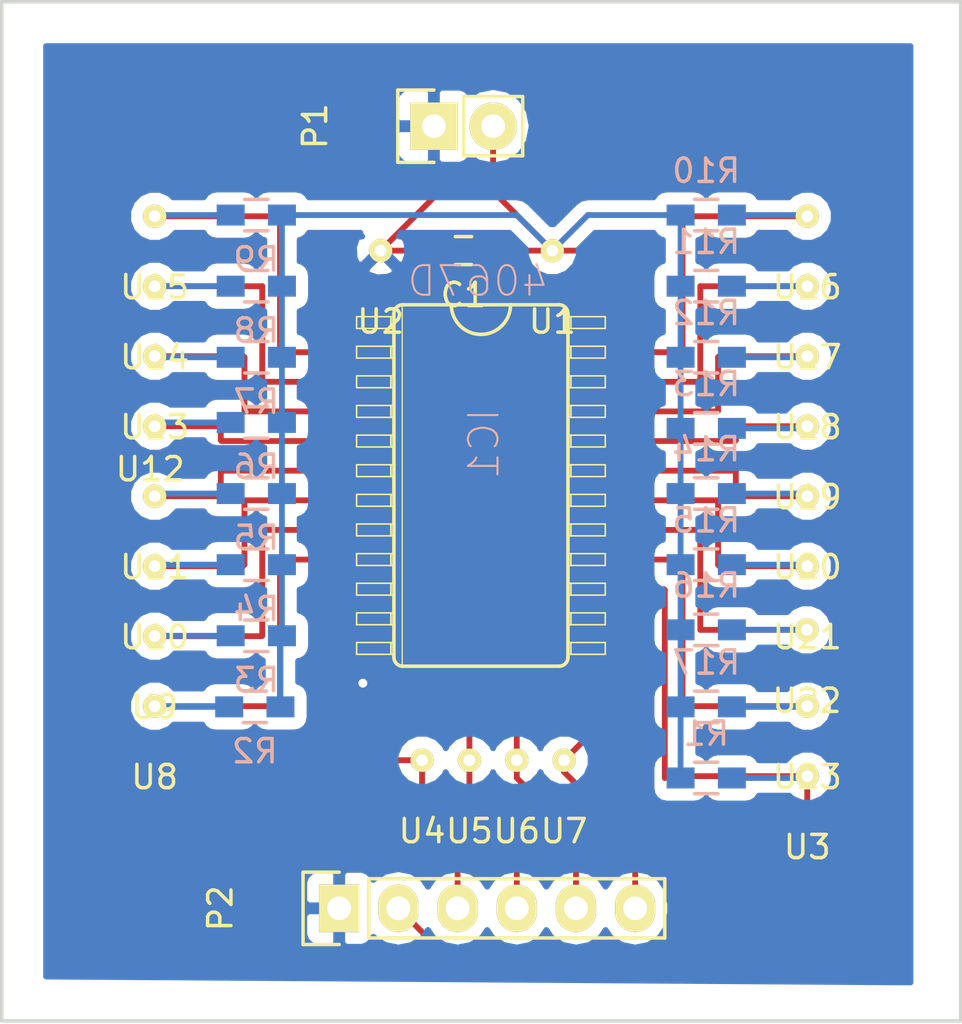
<source format=kicad_pcb>
(kicad_pcb (version 4) (host pcbnew 4.0.2-stable)

  (general
    (links 68)
    (no_connects 0)
    (area 218.364999 80.188999 259.663001 124.234333)
    (thickness 1.6)
    (drawings 4)
    (tracks 185)
    (zones 0)
    (modules 44)
    (nets 24)
  )

  (page A4)
  (layers
    (0 F.Cu signal)
    (31 B.Cu signal hide)
    (32 B.Adhes user)
    (33 F.Adhes user)
    (34 B.Paste user)
    (35 F.Paste user)
    (36 B.SilkS user)
    (37 F.SilkS user)
    (38 B.Mask user)
    (39 F.Mask user)
    (40 Dwgs.User user)
    (41 Cmts.User user)
    (42 Eco1.User user)
    (43 Eco2.User user)
    (44 Edge.Cuts user)
    (45 Margin user)
    (46 B.CrtYd user)
    (47 F.CrtYd user)
    (48 B.Fab user)
    (49 F.Fab user)
  )

  (setup
    (last_trace_width 0.25)
    (trace_clearance 0.2)
    (zone_clearance 0.508)
    (zone_45_only no)
    (trace_min 0.2)
    (segment_width 0.2)
    (edge_width 0.15)
    (via_size 0.6)
    (via_drill 0.4)
    (via_min_size 0.381)
    (via_min_drill 0.381)
    (user_via 0.762 0.381)
    (user_via 1.016 0.508)
    (uvia_size 0.508)
    (uvia_drill 0.381)
    (uvias_allowed no)
    (uvia_min_size 0.254)
    (uvia_min_drill 0.254)
    (pcb_text_width 0.3)
    (pcb_text_size 1.5 1.5)
    (mod_edge_width 0.15)
    (mod_text_size 1 1)
    (mod_text_width 0.15)
    (pad_size 1 1)
    (pad_drill 0.5)
    (pad_to_mask_clearance 0.2)
    (aux_axis_origin 0 0)
    (visible_elements FFFFFF7F)
    (pcbplotparams
      (layerselection 0x010c0_80000001)
      (usegerberextensions false)
      (excludeedgelayer true)
      (linewidth 0.100000)
      (plotframeref false)
      (viasonmask false)
      (mode 1)
      (useauxorigin false)
      (hpglpennumber 1)
      (hpglpenspeed 20)
      (hpglpendiameter 15)
      (hpglpenoverlay 2)
      (psnegative false)
      (psa4output false)
      (plotreference true)
      (plotvalue true)
      (plotinvisibletext false)
      (padsonsilk false)
      (subtractmaskfromsilk false)
      (outputformat 1)
      (mirror false)
      (drillshape 0)
      (scaleselection 1)
      (outputdirectory ""))
  )

  (net 0 "")
  (net 1 VDD)
  (net 2 GND)
  (net 3 "Net-(IC1-Pad2)")
  (net 4 "Net-(IC1-Pad3)")
  (net 5 "Net-(IC1-Pad4)")
  (net 6 "Net-(IC1-Pad5)")
  (net 7 "Net-(IC1-Pad6)")
  (net 8 "Net-(IC1-Pad7)")
  (net 9 "Net-(IC1-Pad8)")
  (net 10 "Net-(IC1-Pad9)")
  (net 11 "Net-(IC1-Pad10)")
  (net 12 "Net-(IC1-Pad11)")
  (net 13 "Net-(IC1-Pad13)")
  (net 14 "Net-(IC1-Pad14)")
  (net 15 "Net-(IC1-Pad15)")
  (net 16 "Net-(IC1-Pad16)")
  (net 17 "Net-(IC1-Pad17)")
  (net 18 "Net-(IC1-Pad18)")
  (net 19 "Net-(IC1-Pad19)")
  (net 20 "Net-(IC1-Pad20)")
  (net 21 "Net-(IC1-Pad21)")
  (net 22 "Net-(IC1-Pad22)")
  (net 23 "Net-(IC1-Pad23)")

  (net_class Default "This is the default net class."
    (clearance 0.2)
    (trace_width 0.25)
    (via_dia 0.6)
    (via_drill 0.4)
    (uvia_dia 0.508)
    (uvia_drill 0.381)
    (add_net GND)
    (add_net "Net-(IC1-Pad10)")
    (add_net "Net-(IC1-Pad11)")
    (add_net "Net-(IC1-Pad13)")
    (add_net "Net-(IC1-Pad14)")
    (add_net "Net-(IC1-Pad15)")
    (add_net "Net-(IC1-Pad16)")
    (add_net "Net-(IC1-Pad17)")
    (add_net "Net-(IC1-Pad18)")
    (add_net "Net-(IC1-Pad19)")
    (add_net "Net-(IC1-Pad2)")
    (add_net "Net-(IC1-Pad20)")
    (add_net "Net-(IC1-Pad21)")
    (add_net "Net-(IC1-Pad22)")
    (add_net "Net-(IC1-Pad23)")
    (add_net "Net-(IC1-Pad3)")
    (add_net "Net-(IC1-Pad4)")
    (add_net "Net-(IC1-Pad5)")
    (add_net "Net-(IC1-Pad6)")
    (add_net "Net-(IC1-Pad7)")
    (add_net "Net-(IC1-Pad8)")
    (add_net "Net-(IC1-Pad9)")
    (add_net VDD)
  )

  (module Capacitors_SMD:C_0603_HandSoldering (layer F.Cu) (tedit 541A9B4D) (tstamp 577CAC88)
    (at 238.252 90.932 180)
    (descr "Capacitor SMD 0603, hand soldering")
    (tags "capacitor 0603")
    (path /577C84AE)
    (attr smd)
    (fp_text reference C1 (at 0 -1.9 180) (layer F.SilkS)
      (effects (font (size 1 1) (thickness 0.15)))
    )
    (fp_text value 100nF (at 0 1.9 180) (layer F.Fab)
      (effects (font (size 1 1) (thickness 0.15)))
    )
    (fp_line (start -1.85 -0.75) (end 1.85 -0.75) (layer F.CrtYd) (width 0.05))
    (fp_line (start -1.85 0.75) (end 1.85 0.75) (layer F.CrtYd) (width 0.05))
    (fp_line (start -1.85 -0.75) (end -1.85 0.75) (layer F.CrtYd) (width 0.05))
    (fp_line (start 1.85 -0.75) (end 1.85 0.75) (layer F.CrtYd) (width 0.05))
    (fp_line (start -0.35 -0.6) (end 0.35 -0.6) (layer F.SilkS) (width 0.15))
    (fp_line (start 0.35 0.6) (end -0.35 0.6) (layer F.SilkS) (width 0.15))
    (pad 1 smd rect (at -0.95 0 180) (size 1.2 0.75) (layers F.Cu F.Paste F.Mask)
      (net 1 VDD))
    (pad 2 smd rect (at 0.95 0 180) (size 1.2 0.75) (layers F.Cu F.Paste F.Mask)
      (net 2 GND))
    (model Capacitors_SMD.3dshapes/C_0603_HandSoldering.wrl
      (at (xyz 0 0 0))
      (scale (xyz 1 1 1))
      (rotate (xyz 0 0 0))
    )
  )

  (module 40xx:40xx-SO24W (layer F.Cu) (tedit 200000) (tstamp 577CACA4)
    (at 239 101 270)
    (descr "WIDE SMALL OUTLINE PACKAGE 300 MIL")
    (tags "WIDE SMALL OUTLINE PACKAGE 300 MIL")
    (path /577C7F56)
    (attr smd)
    (fp_text reference IC1 (at -1.778 -0.127 270) (layer B.SilkS)
      (effects (font (size 1.27 1.27) (thickness 0.0889)) (justify mirror))
    )
    (fp_text value 4067D (at -8.76046 0.127 360) (layer B.SilkS)
      (effects (font (size 1.27 1.27) (thickness 0.0889)) (justify mirror))
    )
    (fp_line (start -7.23646 3.8608) (end -6.731 3.8608) (layer F.SilkS) (width 0.06604))
    (fp_line (start -6.731 3.8608) (end -6.731 3.7338) (layer F.SilkS) (width 0.06604))
    (fp_line (start -7.23646 3.7338) (end -6.731 3.7338) (layer F.SilkS) (width 0.06604))
    (fp_line (start -7.23646 3.8608) (end -7.23646 3.7338) (layer F.SilkS) (width 0.06604))
    (fp_line (start -7.23646 5.334) (end -6.731 5.334) (layer F.SilkS) (width 0.06604))
    (fp_line (start -6.731 5.334) (end -6.731 3.8608) (layer F.SilkS) (width 0.06604))
    (fp_line (start -7.23646 3.8608) (end -6.731 3.8608) (layer F.SilkS) (width 0.06604))
    (fp_line (start -7.23646 5.334) (end -7.23646 3.8608) (layer F.SilkS) (width 0.06604))
    (fp_line (start -5.969 3.8608) (end -5.461 3.8608) (layer F.SilkS) (width 0.06604))
    (fp_line (start -5.461 3.8608) (end -5.461 3.7338) (layer F.SilkS) (width 0.06604))
    (fp_line (start -5.969 3.7338) (end -5.461 3.7338) (layer F.SilkS) (width 0.06604))
    (fp_line (start -5.969 3.8608) (end -5.969 3.7338) (layer F.SilkS) (width 0.06604))
    (fp_line (start -5.969 5.334) (end -5.461 5.334) (layer F.SilkS) (width 0.06604))
    (fp_line (start -5.461 5.334) (end -5.461 3.8608) (layer F.SilkS) (width 0.06604))
    (fp_line (start -5.969 3.8608) (end -5.461 3.8608) (layer F.SilkS) (width 0.06604))
    (fp_line (start -5.969 5.334) (end -5.969 3.8608) (layer F.SilkS) (width 0.06604))
    (fp_line (start -4.699 3.8608) (end -4.191 3.8608) (layer F.SilkS) (width 0.06604))
    (fp_line (start -4.191 3.8608) (end -4.191 3.7338) (layer F.SilkS) (width 0.06604))
    (fp_line (start -4.699 3.7338) (end -4.191 3.7338) (layer F.SilkS) (width 0.06604))
    (fp_line (start -4.699 3.8608) (end -4.699 3.7338) (layer F.SilkS) (width 0.06604))
    (fp_line (start -4.699 5.334) (end -4.191 5.334) (layer F.SilkS) (width 0.06604))
    (fp_line (start -4.191 5.334) (end -4.191 3.8608) (layer F.SilkS) (width 0.06604))
    (fp_line (start -4.699 3.8608) (end -4.191 3.8608) (layer F.SilkS) (width 0.06604))
    (fp_line (start -4.699 5.334) (end -4.699 3.8608) (layer F.SilkS) (width 0.06604))
    (fp_line (start -3.429 3.8608) (end -2.921 3.8608) (layer F.SilkS) (width 0.06604))
    (fp_line (start -2.921 3.8608) (end -2.921 3.7338) (layer F.SilkS) (width 0.06604))
    (fp_line (start -3.429 3.7338) (end -2.921 3.7338) (layer F.SilkS) (width 0.06604))
    (fp_line (start -3.429 3.8608) (end -3.429 3.7338) (layer F.SilkS) (width 0.06604))
    (fp_line (start -3.429 5.334) (end -2.921 5.334) (layer F.SilkS) (width 0.06604))
    (fp_line (start -2.921 5.334) (end -2.921 3.8608) (layer F.SilkS) (width 0.06604))
    (fp_line (start -3.429 3.8608) (end -2.921 3.8608) (layer F.SilkS) (width 0.06604))
    (fp_line (start -3.429 5.334) (end -3.429 3.8608) (layer F.SilkS) (width 0.06604))
    (fp_line (start -2.159 5.334) (end -1.651 5.334) (layer F.SilkS) (width 0.06604))
    (fp_line (start -1.651 5.334) (end -1.651 3.8608) (layer F.SilkS) (width 0.06604))
    (fp_line (start -2.159 3.8608) (end -1.651 3.8608) (layer F.SilkS) (width 0.06604))
    (fp_line (start -2.159 5.334) (end -2.159 3.8608) (layer F.SilkS) (width 0.06604))
    (fp_line (start -2.159 3.8608) (end -1.651 3.8608) (layer F.SilkS) (width 0.06604))
    (fp_line (start -1.651 3.8608) (end -1.651 3.7338) (layer F.SilkS) (width 0.06604))
    (fp_line (start -2.159 3.7338) (end -1.651 3.7338) (layer F.SilkS) (width 0.06604))
    (fp_line (start -2.159 3.8608) (end -2.159 3.7338) (layer F.SilkS) (width 0.06604))
    (fp_line (start -0.889 3.8608) (end -0.381 3.8608) (layer F.SilkS) (width 0.06604))
    (fp_line (start -0.381 3.8608) (end -0.381 3.7338) (layer F.SilkS) (width 0.06604))
    (fp_line (start -0.889 3.7338) (end -0.381 3.7338) (layer F.SilkS) (width 0.06604))
    (fp_line (start -0.889 3.8608) (end -0.889 3.7338) (layer F.SilkS) (width 0.06604))
    (fp_line (start -0.889 5.334) (end -0.381 5.334) (layer F.SilkS) (width 0.06604))
    (fp_line (start -0.381 5.334) (end -0.381 3.8608) (layer F.SilkS) (width 0.06604))
    (fp_line (start -0.889 3.8608) (end -0.381 3.8608) (layer F.SilkS) (width 0.06604))
    (fp_line (start -0.889 5.334) (end -0.889 3.8608) (layer F.SilkS) (width 0.06604))
    (fp_line (start 0.381 3.8608) (end 0.889 3.8608) (layer F.SilkS) (width 0.06604))
    (fp_line (start 0.889 3.8608) (end 0.889 3.7338) (layer F.SilkS) (width 0.06604))
    (fp_line (start 0.381 3.7338) (end 0.889 3.7338) (layer F.SilkS) (width 0.06604))
    (fp_line (start 0.381 3.8608) (end 0.381 3.7338) (layer F.SilkS) (width 0.06604))
    (fp_line (start 0.381 5.334) (end 0.889 5.334) (layer F.SilkS) (width 0.06604))
    (fp_line (start 0.889 5.334) (end 0.889 3.8608) (layer F.SilkS) (width 0.06604))
    (fp_line (start 0.381 3.8608) (end 0.889 3.8608) (layer F.SilkS) (width 0.06604))
    (fp_line (start 0.381 5.334) (end 0.381 3.8608) (layer F.SilkS) (width 0.06604))
    (fp_line (start 1.651 3.8608) (end 2.159 3.8608) (layer F.SilkS) (width 0.06604))
    (fp_line (start 2.159 3.8608) (end 2.159 3.7338) (layer F.SilkS) (width 0.06604))
    (fp_line (start 1.651 3.7338) (end 2.159 3.7338) (layer F.SilkS) (width 0.06604))
    (fp_line (start 1.651 3.8608) (end 1.651 3.7338) (layer F.SilkS) (width 0.06604))
    (fp_line (start 1.651 5.334) (end 2.159 5.334) (layer F.SilkS) (width 0.06604))
    (fp_line (start 2.159 5.334) (end 2.159 3.8608) (layer F.SilkS) (width 0.06604))
    (fp_line (start 1.651 3.8608) (end 2.159 3.8608) (layer F.SilkS) (width 0.06604))
    (fp_line (start 1.651 5.334) (end 1.651 3.8608) (layer F.SilkS) (width 0.06604))
    (fp_line (start -7.23646 -3.8608) (end -6.731 -3.8608) (layer F.SilkS) (width 0.06604))
    (fp_line (start -6.731 -3.8608) (end -6.731 -5.334) (layer F.SilkS) (width 0.06604))
    (fp_line (start -7.23646 -5.334) (end -6.731 -5.334) (layer F.SilkS) (width 0.06604))
    (fp_line (start -7.23646 -3.8608) (end -7.23646 -5.334) (layer F.SilkS) (width 0.06604))
    (fp_line (start -7.23646 -3.7338) (end -6.731 -3.7338) (layer F.SilkS) (width 0.06604))
    (fp_line (start -6.731 -3.7338) (end -6.731 -3.8608) (layer F.SilkS) (width 0.06604))
    (fp_line (start -7.23646 -3.8608) (end -6.731 -3.8608) (layer F.SilkS) (width 0.06604))
    (fp_line (start -7.23646 -3.7338) (end -7.23646 -3.8608) (layer F.SilkS) (width 0.06604))
    (fp_line (start -5.969 -3.7338) (end -5.461 -3.7338) (layer F.SilkS) (width 0.06604))
    (fp_line (start -5.461 -3.7338) (end -5.461 -3.8608) (layer F.SilkS) (width 0.06604))
    (fp_line (start -5.969 -3.8608) (end -5.461 -3.8608) (layer F.SilkS) (width 0.06604))
    (fp_line (start -5.969 -3.7338) (end -5.969 -3.8608) (layer F.SilkS) (width 0.06604))
    (fp_line (start -5.969 -3.8608) (end -5.461 -3.8608) (layer F.SilkS) (width 0.06604))
    (fp_line (start -5.461 -3.8608) (end -5.461 -5.334) (layer F.SilkS) (width 0.06604))
    (fp_line (start -5.969 -5.334) (end -5.461 -5.334) (layer F.SilkS) (width 0.06604))
    (fp_line (start -5.969 -3.8608) (end -5.969 -5.334) (layer F.SilkS) (width 0.06604))
    (fp_line (start -4.699 -3.7338) (end -4.191 -3.7338) (layer F.SilkS) (width 0.06604))
    (fp_line (start -4.191 -3.7338) (end -4.191 -3.8608) (layer F.SilkS) (width 0.06604))
    (fp_line (start -4.699 -3.8608) (end -4.191 -3.8608) (layer F.SilkS) (width 0.06604))
    (fp_line (start -4.699 -3.7338) (end -4.699 -3.8608) (layer F.SilkS) (width 0.06604))
    (fp_line (start -4.699 -3.8608) (end -4.191 -3.8608) (layer F.SilkS) (width 0.06604))
    (fp_line (start -4.191 -3.8608) (end -4.191 -5.334) (layer F.SilkS) (width 0.06604))
    (fp_line (start -4.699 -5.334) (end -4.191 -5.334) (layer F.SilkS) (width 0.06604))
    (fp_line (start -4.699 -3.8608) (end -4.699 -5.334) (layer F.SilkS) (width 0.06604))
    (fp_line (start -3.429 -3.7338) (end -2.921 -3.7338) (layer F.SilkS) (width 0.06604))
    (fp_line (start -2.921 -3.7338) (end -2.921 -3.8608) (layer F.SilkS) (width 0.06604))
    (fp_line (start -3.429 -3.8608) (end -2.921 -3.8608) (layer F.SilkS) (width 0.06604))
    (fp_line (start -3.429 -3.7338) (end -3.429 -3.8608) (layer F.SilkS) (width 0.06604))
    (fp_line (start -3.429 -3.8608) (end -2.921 -3.8608) (layer F.SilkS) (width 0.06604))
    (fp_line (start -2.921 -3.8608) (end -2.921 -5.334) (layer F.SilkS) (width 0.06604))
    (fp_line (start -3.429 -5.334) (end -2.921 -5.334) (layer F.SilkS) (width 0.06604))
    (fp_line (start -3.429 -3.8608) (end -3.429 -5.334) (layer F.SilkS) (width 0.06604))
    (fp_line (start -2.159 -3.7338) (end -1.651 -3.7338) (layer F.SilkS) (width 0.06604))
    (fp_line (start -1.651 -3.7338) (end -1.651 -3.8608) (layer F.SilkS) (width 0.06604))
    (fp_line (start -2.159 -3.8608) (end -1.651 -3.8608) (layer F.SilkS) (width 0.06604))
    (fp_line (start -2.159 -3.7338) (end -2.159 -3.8608) (layer F.SilkS) (width 0.06604))
    (fp_line (start -2.159 -3.8608) (end -1.651 -3.8608) (layer F.SilkS) (width 0.06604))
    (fp_line (start -1.651 -3.8608) (end -1.651 -5.334) (layer F.SilkS) (width 0.06604))
    (fp_line (start -2.159 -5.334) (end -1.651 -5.334) (layer F.SilkS) (width 0.06604))
    (fp_line (start -2.159 -3.8608) (end -2.159 -5.334) (layer F.SilkS) (width 0.06604))
    (fp_line (start -0.889 -3.7338) (end -0.381 -3.7338) (layer F.SilkS) (width 0.06604))
    (fp_line (start -0.381 -3.7338) (end -0.381 -3.8608) (layer F.SilkS) (width 0.06604))
    (fp_line (start -0.889 -3.8608) (end -0.381 -3.8608) (layer F.SilkS) (width 0.06604))
    (fp_line (start -0.889 -3.7338) (end -0.889 -3.8608) (layer F.SilkS) (width 0.06604))
    (fp_line (start -0.889 -3.8608) (end -0.381 -3.8608) (layer F.SilkS) (width 0.06604))
    (fp_line (start -0.381 -3.8608) (end -0.381 -5.334) (layer F.SilkS) (width 0.06604))
    (fp_line (start -0.889 -5.334) (end -0.381 -5.334) (layer F.SilkS) (width 0.06604))
    (fp_line (start -0.889 -3.8608) (end -0.889 -5.334) (layer F.SilkS) (width 0.06604))
    (fp_line (start 0.381 -3.7338) (end 0.889 -3.7338) (layer F.SilkS) (width 0.06604))
    (fp_line (start 0.889 -3.7338) (end 0.889 -3.8608) (layer F.SilkS) (width 0.06604))
    (fp_line (start 0.381 -3.8608) (end 0.889 -3.8608) (layer F.SilkS) (width 0.06604))
    (fp_line (start 0.381 -3.7338) (end 0.381 -3.8608) (layer F.SilkS) (width 0.06604))
    (fp_line (start 0.381 -3.8608) (end 0.889 -3.8608) (layer F.SilkS) (width 0.06604))
    (fp_line (start 0.889 -3.8608) (end 0.889 -5.334) (layer F.SilkS) (width 0.06604))
    (fp_line (start 0.381 -5.334) (end 0.889 -5.334) (layer F.SilkS) (width 0.06604))
    (fp_line (start 0.381 -3.8608) (end 0.381 -5.334) (layer F.SilkS) (width 0.06604))
    (fp_line (start 1.651 -3.7338) (end 2.159 -3.7338) (layer F.SilkS) (width 0.06604))
    (fp_line (start 2.159 -3.7338) (end 2.159 -3.8608) (layer F.SilkS) (width 0.06604))
    (fp_line (start 1.651 -3.8608) (end 2.159 -3.8608) (layer F.SilkS) (width 0.06604))
    (fp_line (start 1.651 -3.7338) (end 1.651 -3.8608) (layer F.SilkS) (width 0.06604))
    (fp_line (start 1.651 -3.8608) (end 2.159 -3.8608) (layer F.SilkS) (width 0.06604))
    (fp_line (start 2.159 -3.8608) (end 2.159 -5.334) (layer F.SilkS) (width 0.06604))
    (fp_line (start 1.651 -5.334) (end 2.159 -5.334) (layer F.SilkS) (width 0.06604))
    (fp_line (start 1.651 -3.8608) (end 1.651 -5.334) (layer F.SilkS) (width 0.06604))
    (fp_line (start 2.921 -3.7338) (end 3.429 -3.7338) (layer F.SilkS) (width 0.06604))
    (fp_line (start 3.429 -3.7338) (end 3.429 -3.8608) (layer F.SilkS) (width 0.06604))
    (fp_line (start 2.921 -3.8608) (end 3.429 -3.8608) (layer F.SilkS) (width 0.06604))
    (fp_line (start 2.921 -3.7338) (end 2.921 -3.8608) (layer F.SilkS) (width 0.06604))
    (fp_line (start 4.191 -3.7338) (end 4.699 -3.7338) (layer F.SilkS) (width 0.06604))
    (fp_line (start 4.699 -3.7338) (end 4.699 -3.8608) (layer F.SilkS) (width 0.06604))
    (fp_line (start 4.191 -3.8608) (end 4.699 -3.8608) (layer F.SilkS) (width 0.06604))
    (fp_line (start 4.191 -3.7338) (end 4.191 -3.8608) (layer F.SilkS) (width 0.06604))
    (fp_line (start 5.461 -3.7338) (end 5.969 -3.7338) (layer F.SilkS) (width 0.06604))
    (fp_line (start 5.969 -3.7338) (end 5.969 -3.8608) (layer F.SilkS) (width 0.06604))
    (fp_line (start 5.461 -3.8608) (end 5.969 -3.8608) (layer F.SilkS) (width 0.06604))
    (fp_line (start 5.461 -3.7338) (end 5.461 -3.8608) (layer F.SilkS) (width 0.06604))
    (fp_line (start 6.731 -3.7338) (end 7.23646 -3.7338) (layer F.SilkS) (width 0.06604))
    (fp_line (start 7.23646 -3.7338) (end 7.23646 -3.8608) (layer F.SilkS) (width 0.06604))
    (fp_line (start 6.731 -3.8608) (end 7.23646 -3.8608) (layer F.SilkS) (width 0.06604))
    (fp_line (start 6.731 -3.7338) (end 6.731 -3.8608) (layer F.SilkS) (width 0.06604))
    (fp_line (start 2.921 -3.8608) (end 3.429 -3.8608) (layer F.SilkS) (width 0.06604))
    (fp_line (start 3.429 -3.8608) (end 3.429 -5.334) (layer F.SilkS) (width 0.06604))
    (fp_line (start 2.921 -5.334) (end 3.429 -5.334) (layer F.SilkS) (width 0.06604))
    (fp_line (start 2.921 -3.8608) (end 2.921 -5.334) (layer F.SilkS) (width 0.06604))
    (fp_line (start 4.191 -3.8608) (end 4.699 -3.8608) (layer F.SilkS) (width 0.06604))
    (fp_line (start 4.699 -3.8608) (end 4.699 -5.334) (layer F.SilkS) (width 0.06604))
    (fp_line (start 4.191 -5.334) (end 4.699 -5.334) (layer F.SilkS) (width 0.06604))
    (fp_line (start 4.191 -3.8608) (end 4.191 -5.334) (layer F.SilkS) (width 0.06604))
    (fp_line (start 5.461 -3.8608) (end 5.969 -3.8608) (layer F.SilkS) (width 0.06604))
    (fp_line (start 5.969 -3.8608) (end 5.969 -5.334) (layer F.SilkS) (width 0.06604))
    (fp_line (start 5.461 -5.334) (end 5.969 -5.334) (layer F.SilkS) (width 0.06604))
    (fp_line (start 5.461 -3.8608) (end 5.461 -5.334) (layer F.SilkS) (width 0.06604))
    (fp_line (start 6.731 -3.8608) (end 7.23646 -3.8608) (layer F.SilkS) (width 0.06604))
    (fp_line (start 7.23646 -3.8608) (end 7.23646 -5.334) (layer F.SilkS) (width 0.06604))
    (fp_line (start 6.731 -5.334) (end 7.23646 -5.334) (layer F.SilkS) (width 0.06604))
    (fp_line (start 6.731 -3.8608) (end 6.731 -5.334) (layer F.SilkS) (width 0.06604))
    (fp_line (start 2.921 3.8608) (end 3.429 3.8608) (layer F.SilkS) (width 0.06604))
    (fp_line (start 3.429 3.8608) (end 3.429 3.7338) (layer F.SilkS) (width 0.06604))
    (fp_line (start 2.921 3.7338) (end 3.429 3.7338) (layer F.SilkS) (width 0.06604))
    (fp_line (start 2.921 3.8608) (end 2.921 3.7338) (layer F.SilkS) (width 0.06604))
    (fp_line (start 4.191 3.8608) (end 4.699 3.8608) (layer F.SilkS) (width 0.06604))
    (fp_line (start 4.699 3.8608) (end 4.699 3.7338) (layer F.SilkS) (width 0.06604))
    (fp_line (start 4.191 3.7338) (end 4.699 3.7338) (layer F.SilkS) (width 0.06604))
    (fp_line (start 4.191 3.8608) (end 4.191 3.7338) (layer F.SilkS) (width 0.06604))
    (fp_line (start 5.461 3.8608) (end 5.969 3.8608) (layer F.SilkS) (width 0.06604))
    (fp_line (start 5.969 3.8608) (end 5.969 3.7338) (layer F.SilkS) (width 0.06604))
    (fp_line (start 5.461 3.7338) (end 5.969 3.7338) (layer F.SilkS) (width 0.06604))
    (fp_line (start 5.461 3.8608) (end 5.461 3.7338) (layer F.SilkS) (width 0.06604))
    (fp_line (start 6.731 3.8608) (end 7.23646 3.8608) (layer F.SilkS) (width 0.06604))
    (fp_line (start 7.23646 3.8608) (end 7.23646 3.7338) (layer F.SilkS) (width 0.06604))
    (fp_line (start 6.731 3.7338) (end 7.23646 3.7338) (layer F.SilkS) (width 0.06604))
    (fp_line (start 6.731 3.8608) (end 6.731 3.7338) (layer F.SilkS) (width 0.06604))
    (fp_line (start 2.921 5.334) (end 3.429 5.334) (layer F.SilkS) (width 0.06604))
    (fp_line (start 3.429 5.334) (end 3.429 3.8608) (layer F.SilkS) (width 0.06604))
    (fp_line (start 2.921 3.8608) (end 3.429 3.8608) (layer F.SilkS) (width 0.06604))
    (fp_line (start 2.921 5.334) (end 2.921 3.8608) (layer F.SilkS) (width 0.06604))
    (fp_line (start 4.191 5.334) (end 4.699 5.334) (layer F.SilkS) (width 0.06604))
    (fp_line (start 4.699 5.334) (end 4.699 3.8608) (layer F.SilkS) (width 0.06604))
    (fp_line (start 4.191 3.8608) (end 4.699 3.8608) (layer F.SilkS) (width 0.06604))
    (fp_line (start 4.191 5.334) (end 4.191 3.8608) (layer F.SilkS) (width 0.06604))
    (fp_line (start 5.461 5.334) (end 5.969 5.334) (layer F.SilkS) (width 0.06604))
    (fp_line (start 5.969 5.334) (end 5.969 3.8608) (layer F.SilkS) (width 0.06604))
    (fp_line (start 5.461 3.8608) (end 5.969 3.8608) (layer F.SilkS) (width 0.06604))
    (fp_line (start 5.461 5.334) (end 5.461 3.8608) (layer F.SilkS) (width 0.06604))
    (fp_line (start 6.731 5.334) (end 7.23646 5.334) (layer F.SilkS) (width 0.06604))
    (fp_line (start 7.23646 5.334) (end 7.23646 3.8608) (layer F.SilkS) (width 0.06604))
    (fp_line (start 6.731 3.8608) (end 7.23646 3.8608) (layer F.SilkS) (width 0.06604))
    (fp_line (start 6.731 5.334) (end 6.731 3.8608) (layer F.SilkS) (width 0.06604))
    (fp_line (start 7.366 -3.7338) (end -7.366 -3.7338) (layer F.SilkS) (width 0.1524))
    (fp_line (start -7.366 3.7338) (end 7.366 3.7338) (layer F.SilkS) (width 0.1524))
    (fp_line (start 7.747 3.3528) (end 7.747 -3.3528) (layer F.SilkS) (width 0.1524))
    (fp_line (start -7.747 -3.3528) (end -7.747 3.3528) (layer F.SilkS) (width 0.1524))
    (fp_line (start -7.747 3.3782) (end 7.747 3.3782) (layer F.SilkS) (width 0.0508))
    (fp_arc (start 7.366 3.3528) (end 7.747 3.3528) (angle 90) (layer F.SilkS) (width 0.1524))
    (fp_arc (start -7.366 -3.3528) (end -7.747 -3.3528) (angle 90) (layer F.SilkS) (width 0.1524))
    (fp_arc (start 7.366 -3.3528) (end 7.366 -3.7338) (angle 90) (layer F.SilkS) (width 0.1524))
    (fp_arc (start -7.366 3.3528) (end -7.366 3.7338) (angle 90) (layer F.SilkS) (width 0.1524))
    (fp_arc (start -7.747 0) (end -7.747 -1.27) (angle 180) (layer F.SilkS) (width 0.1524))
    (pad 1 smd rect (at -6.985 5.0292 270) (size 0.6604 2.032) (layers F.Cu F.Paste F.Mask)
      (net 2 GND))
    (pad 2 smd rect (at -5.715 5.0292 270) (size 0.6604 2.032) (layers F.Cu F.Paste F.Mask)
      (net 3 "Net-(IC1-Pad2)"))
    (pad 3 smd rect (at -4.445 5.0292 270) (size 0.6604 2.032) (layers F.Cu F.Paste F.Mask)
      (net 4 "Net-(IC1-Pad3)"))
    (pad 4 smd rect (at -3.175 5.0292 270) (size 0.6604 2.032) (layers F.Cu F.Paste F.Mask)
      (net 5 "Net-(IC1-Pad4)"))
    (pad 5 smd rect (at -1.905 5.0292 270) (size 0.6604 2.032) (layers F.Cu F.Paste F.Mask)
      (net 6 "Net-(IC1-Pad5)"))
    (pad 6 smd rect (at -0.635 5.0292 270) (size 0.6604 2.032) (layers F.Cu F.Paste F.Mask)
      (net 7 "Net-(IC1-Pad6)"))
    (pad 7 smd rect (at 0.635 5.0292 270) (size 0.6604 2.032) (layers F.Cu F.Paste F.Mask)
      (net 8 "Net-(IC1-Pad7)"))
    (pad 8 smd rect (at 1.905 5.0292 270) (size 0.6604 2.032) (layers F.Cu F.Paste F.Mask)
      (net 9 "Net-(IC1-Pad8)"))
    (pad 9 smd rect (at 3.175 5.0292 270) (size 0.6604 2.032) (layers F.Cu F.Paste F.Mask)
      (net 10 "Net-(IC1-Pad9)"))
    (pad 10 smd rect (at 4.445 5.0292 270) (size 0.6604 2.032) (layers F.Cu F.Paste F.Mask)
      (net 11 "Net-(IC1-Pad10)"))
    (pad 11 smd rect (at 5.715 5.0292 270) (size 0.6604 2.032) (layers F.Cu F.Paste F.Mask)
      (net 12 "Net-(IC1-Pad11)"))
    (pad 12 smd rect (at 6.985 5.0292 270) (size 0.6604 2.032) (layers F.Cu F.Paste F.Mask)
      (net 2 GND))
    (pad 13 smd rect (at 6.985 -5.0292 270) (size 0.6604 2.032) (layers F.Cu F.Paste F.Mask)
      (net 13 "Net-(IC1-Pad13)"))
    (pad 14 smd rect (at 5.715 -5.0292 270) (size 0.6604 2.032) (layers F.Cu F.Paste F.Mask)
      (net 14 "Net-(IC1-Pad14)"))
    (pad 15 smd rect (at 4.445 -5.0292 270) (size 0.6604 2.032) (layers F.Cu F.Paste F.Mask)
      (net 15 "Net-(IC1-Pad15)"))
    (pad 16 smd rect (at 3.175 -5.0292 270) (size 0.6604 2.032) (layers F.Cu F.Paste F.Mask)
      (net 16 "Net-(IC1-Pad16)"))
    (pad 17 smd rect (at 1.905 -5.0292 270) (size 0.6604 2.032) (layers F.Cu F.Paste F.Mask)
      (net 17 "Net-(IC1-Pad17)"))
    (pad 18 smd rect (at 0.635 -5.0292 270) (size 0.6604 2.032) (layers F.Cu F.Paste F.Mask)
      (net 18 "Net-(IC1-Pad18)"))
    (pad 19 smd rect (at -0.635 -5.0292 270) (size 0.6604 2.032) (layers F.Cu F.Paste F.Mask)
      (net 19 "Net-(IC1-Pad19)"))
    (pad 20 smd rect (at -1.905 -5.0292 270) (size 0.6604 2.032) (layers F.Cu F.Paste F.Mask)
      (net 20 "Net-(IC1-Pad20)"))
    (pad 21 smd rect (at -3.175 -5.0292 270) (size 0.6604 2.032) (layers F.Cu F.Paste F.Mask)
      (net 21 "Net-(IC1-Pad21)"))
    (pad 22 smd rect (at -4.445 -5.0292 270) (size 0.6604 2.032) (layers F.Cu F.Paste F.Mask)
      (net 22 "Net-(IC1-Pad22)"))
    (pad 23 smd rect (at -5.715 -5.0292 270) (size 0.6604 2.032) (layers F.Cu F.Paste F.Mask)
      (net 23 "Net-(IC1-Pad23)"))
    (pad 24 smd rect (at -6.985 -5.0292 270) (size 0.6604 2.032) (layers F.Cu F.Paste F.Mask)
      (net 1 VDD))
  )

  (module Resistors_SMD:R_0603_HandSoldering (layer B.Cu) (tedit 5418A00F) (tstamp 577CACAA)
    (at 248.666 113.538 180)
    (descr "Resistor SMD 0603, hand soldering")
    (tags "resistor 0603")
    (path /577C8FB1)
    (attr smd)
    (fp_text reference R1 (at 0 1.9 180) (layer B.SilkS)
      (effects (font (size 1 1) (thickness 0.15)) (justify mirror))
    )
    (fp_text value 25k (at 0 -1.9 180) (layer B.Fab)
      (effects (font (size 1 1) (thickness 0.15)) (justify mirror))
    )
    (fp_line (start -2 0.8) (end 2 0.8) (layer B.CrtYd) (width 0.05))
    (fp_line (start -2 -0.8) (end 2 -0.8) (layer B.CrtYd) (width 0.05))
    (fp_line (start -2 0.8) (end -2 -0.8) (layer B.CrtYd) (width 0.05))
    (fp_line (start 2 0.8) (end 2 -0.8) (layer B.CrtYd) (width 0.05))
    (fp_line (start 0.5 -0.675) (end -0.5 -0.675) (layer B.SilkS) (width 0.15))
    (fp_line (start -0.5 0.675) (end 0.5 0.675) (layer B.SilkS) (width 0.15))
    (pad 1 smd rect (at -1.1 0 180) (size 1.2 0.9) (layers B.Cu B.Paste B.Mask)
      (net 15 "Net-(IC1-Pad15)"))
    (pad 2 smd rect (at 1.1 0 180) (size 1.2 0.9) (layers B.Cu B.Paste B.Mask)
      (net 1 VDD))
    (model Resistors_SMD.3dshapes/R_0603_HandSoldering.wrl
      (at (xyz 0 0 0))
      (scale (xyz 1 1 1))
      (rotate (xyz 0 0 0))
    )
  )

  (module Resistors_SMD:R_0603_HandSoldering (layer B.Cu) (tedit 5418A00F) (tstamp 577CACB0)
    (at 229.2985 110.49)
    (descr "Resistor SMD 0603, hand soldering")
    (tags "resistor 0603")
    (path /577C82C5)
    (attr smd)
    (fp_text reference R2 (at 0 1.9) (layer B.SilkS)
      (effects (font (size 1 1) (thickness 0.15)) (justify mirror))
    )
    (fp_text value 25k (at 0 -1.9) (layer B.Fab)
      (effects (font (size 1 1) (thickness 0.15)) (justify mirror))
    )
    (fp_line (start -2 0.8) (end 2 0.8) (layer B.CrtYd) (width 0.05))
    (fp_line (start -2 -0.8) (end 2 -0.8) (layer B.CrtYd) (width 0.05))
    (fp_line (start -2 0.8) (end -2 -0.8) (layer B.CrtYd) (width 0.05))
    (fp_line (start 2 0.8) (end 2 -0.8) (layer B.CrtYd) (width 0.05))
    (fp_line (start 0.5 -0.675) (end -0.5 -0.675) (layer B.SilkS) (width 0.15))
    (fp_line (start -0.5 0.675) (end 0.5 0.675) (layer B.SilkS) (width 0.15))
    (pad 1 smd rect (at -1.1 0) (size 1.2 0.9) (layers B.Cu B.Paste B.Mask)
      (net 10 "Net-(IC1-Pad9)"))
    (pad 2 smd rect (at 1.1 0) (size 1.2 0.9) (layers B.Cu B.Paste B.Mask)
      (net 1 VDD))
    (model Resistors_SMD.3dshapes/R_0603_HandSoldering.wrl
      (at (xyz 0 0 0))
      (scale (xyz 1 1 1))
      (rotate (xyz 0 0 0))
    )
  )

  (module Resistors_SMD:R_0603_HandSoldering (layer B.Cu) (tedit 5418A00F) (tstamp 577CACB6)
    (at 229.362 107.442)
    (descr "Resistor SMD 0603, hand soldering")
    (tags "resistor 0603")
    (path /577C835D)
    (attr smd)
    (fp_text reference R3 (at 0 1.9) (layer B.SilkS)
      (effects (font (size 1 1) (thickness 0.15)) (justify mirror))
    )
    (fp_text value 25k (at 0 -1.9) (layer B.Fab)
      (effects (font (size 1 1) (thickness 0.15)) (justify mirror))
    )
    (fp_line (start -2 0.8) (end 2 0.8) (layer B.CrtYd) (width 0.05))
    (fp_line (start -2 -0.8) (end 2 -0.8) (layer B.CrtYd) (width 0.05))
    (fp_line (start -2 0.8) (end -2 -0.8) (layer B.CrtYd) (width 0.05))
    (fp_line (start 2 0.8) (end 2 -0.8) (layer B.CrtYd) (width 0.05))
    (fp_line (start 0.5 -0.675) (end -0.5 -0.675) (layer B.SilkS) (width 0.15))
    (fp_line (start -0.5 0.675) (end 0.5 0.675) (layer B.SilkS) (width 0.15))
    (pad 1 smd rect (at -1.1 0) (size 1.2 0.9) (layers B.Cu B.Paste B.Mask)
      (net 9 "Net-(IC1-Pad8)"))
    (pad 2 smd rect (at 1.1 0) (size 1.2 0.9) (layers B.Cu B.Paste B.Mask)
      (net 1 VDD))
    (model Resistors_SMD.3dshapes/R_0603_HandSoldering.wrl
      (at (xyz 0 0 0))
      (scale (xyz 1 1 1))
      (rotate (xyz 0 0 0))
    )
  )

  (module Resistors_SMD:R_0603_HandSoldering (layer B.Cu) (tedit 5418A00F) (tstamp 577CACBC)
    (at 229.362 104.394)
    (descr "Resistor SMD 0603, hand soldering")
    (tags "resistor 0603")
    (path /577C8389)
    (attr smd)
    (fp_text reference R4 (at 0 1.9) (layer B.SilkS)
      (effects (font (size 1 1) (thickness 0.15)) (justify mirror))
    )
    (fp_text value 25k (at 0 -1.9) (layer B.Fab)
      (effects (font (size 1 1) (thickness 0.15)) (justify mirror))
    )
    (fp_line (start -2 0.8) (end 2 0.8) (layer B.CrtYd) (width 0.05))
    (fp_line (start -2 -0.8) (end 2 -0.8) (layer B.CrtYd) (width 0.05))
    (fp_line (start -2 0.8) (end -2 -0.8) (layer B.CrtYd) (width 0.05))
    (fp_line (start 2 0.8) (end 2 -0.8) (layer B.CrtYd) (width 0.05))
    (fp_line (start 0.5 -0.675) (end -0.5 -0.675) (layer B.SilkS) (width 0.15))
    (fp_line (start -0.5 0.675) (end 0.5 0.675) (layer B.SilkS) (width 0.15))
    (pad 1 smd rect (at -1.1 0) (size 1.2 0.9) (layers B.Cu B.Paste B.Mask)
      (net 8 "Net-(IC1-Pad7)"))
    (pad 2 smd rect (at 1.1 0) (size 1.2 0.9) (layers B.Cu B.Paste B.Mask)
      (net 1 VDD))
    (model Resistors_SMD.3dshapes/R_0603_HandSoldering.wrl
      (at (xyz 0 0 0))
      (scale (xyz 1 1 1))
      (rotate (xyz 0 0 0))
    )
  )

  (module Resistors_SMD:R_0603_HandSoldering (layer B.Cu) (tedit 5418A00F) (tstamp 577CACC2)
    (at 229.362 101.346)
    (descr "Resistor SMD 0603, hand soldering")
    (tags "resistor 0603")
    (path /577C83A0)
    (attr smd)
    (fp_text reference R5 (at 0 1.9) (layer B.SilkS)
      (effects (font (size 1 1) (thickness 0.15)) (justify mirror))
    )
    (fp_text value 25k (at 0 -1.9) (layer B.Fab)
      (effects (font (size 1 1) (thickness 0.15)) (justify mirror))
    )
    (fp_line (start -2 0.8) (end 2 0.8) (layer B.CrtYd) (width 0.05))
    (fp_line (start -2 -0.8) (end 2 -0.8) (layer B.CrtYd) (width 0.05))
    (fp_line (start -2 0.8) (end -2 -0.8) (layer B.CrtYd) (width 0.05))
    (fp_line (start 2 0.8) (end 2 -0.8) (layer B.CrtYd) (width 0.05))
    (fp_line (start 0.5 -0.675) (end -0.5 -0.675) (layer B.SilkS) (width 0.15))
    (fp_line (start -0.5 0.675) (end 0.5 0.675) (layer B.SilkS) (width 0.15))
    (pad 1 smd rect (at -1.1 0) (size 1.2 0.9) (layers B.Cu B.Paste B.Mask)
      (net 7 "Net-(IC1-Pad6)"))
    (pad 2 smd rect (at 1.1 0) (size 1.2 0.9) (layers B.Cu B.Paste B.Mask)
      (net 1 VDD))
    (model Resistors_SMD.3dshapes/R_0603_HandSoldering.wrl
      (at (xyz 0 0 0))
      (scale (xyz 1 1 1))
      (rotate (xyz 0 0 0))
    )
  )

  (module Resistors_SMD:R_0603_HandSoldering (layer B.Cu) (tedit 5418A00F) (tstamp 577CACC8)
    (at 229.362 98.298)
    (descr "Resistor SMD 0603, hand soldering")
    (tags "resistor 0603")
    (path /577C83C3)
    (attr smd)
    (fp_text reference R6 (at 0 1.9) (layer B.SilkS)
      (effects (font (size 1 1) (thickness 0.15)) (justify mirror))
    )
    (fp_text value 25k (at 0 -1.9) (layer B.Fab)
      (effects (font (size 1 1) (thickness 0.15)) (justify mirror))
    )
    (fp_line (start -2 0.8) (end 2 0.8) (layer B.CrtYd) (width 0.05))
    (fp_line (start -2 -0.8) (end 2 -0.8) (layer B.CrtYd) (width 0.05))
    (fp_line (start -2 0.8) (end -2 -0.8) (layer B.CrtYd) (width 0.05))
    (fp_line (start 2 0.8) (end 2 -0.8) (layer B.CrtYd) (width 0.05))
    (fp_line (start 0.5 -0.675) (end -0.5 -0.675) (layer B.SilkS) (width 0.15))
    (fp_line (start -0.5 0.675) (end 0.5 0.675) (layer B.SilkS) (width 0.15))
    (pad 1 smd rect (at -1.1 0) (size 1.2 0.9) (layers B.Cu B.Paste B.Mask)
      (net 6 "Net-(IC1-Pad5)"))
    (pad 2 smd rect (at 1.1 0) (size 1.2 0.9) (layers B.Cu B.Paste B.Mask)
      (net 1 VDD))
    (model Resistors_SMD.3dshapes/R_0603_HandSoldering.wrl
      (at (xyz 0 0 0))
      (scale (xyz 1 1 1))
      (rotate (xyz 0 0 0))
    )
  )

  (module Resistors_SMD:R_0603_HandSoldering (layer B.Cu) (tedit 5418A00F) (tstamp 577CACCE)
    (at 229.362 95.504)
    (descr "Resistor SMD 0603, hand soldering")
    (tags "resistor 0603")
    (path /577C83F2)
    (attr smd)
    (fp_text reference R7 (at 0 1.9) (layer B.SilkS)
      (effects (font (size 1 1) (thickness 0.15)) (justify mirror))
    )
    (fp_text value 25k (at 0 -1.9) (layer B.Fab)
      (effects (font (size 1 1) (thickness 0.15)) (justify mirror))
    )
    (fp_line (start -2 0.8) (end 2 0.8) (layer B.CrtYd) (width 0.05))
    (fp_line (start -2 -0.8) (end 2 -0.8) (layer B.CrtYd) (width 0.05))
    (fp_line (start -2 0.8) (end -2 -0.8) (layer B.CrtYd) (width 0.05))
    (fp_line (start 2 0.8) (end 2 -0.8) (layer B.CrtYd) (width 0.05))
    (fp_line (start 0.5 -0.675) (end -0.5 -0.675) (layer B.SilkS) (width 0.15))
    (fp_line (start -0.5 0.675) (end 0.5 0.675) (layer B.SilkS) (width 0.15))
    (pad 1 smd rect (at -1.1 0) (size 1.2 0.9) (layers B.Cu B.Paste B.Mask)
      (net 5 "Net-(IC1-Pad4)"))
    (pad 2 smd rect (at 1.1 0) (size 1.2 0.9) (layers B.Cu B.Paste B.Mask)
      (net 1 VDD))
    (model Resistors_SMD.3dshapes/R_0603_HandSoldering.wrl
      (at (xyz 0 0 0))
      (scale (xyz 1 1 1))
      (rotate (xyz 0 0 0))
    )
  )

  (module Resistors_SMD:R_0603_HandSoldering (layer B.Cu) (tedit 5418A00F) (tstamp 577CACD4)
    (at 229.362 92.456)
    (descr "Resistor SMD 0603, hand soldering")
    (tags "resistor 0603")
    (path /577C8406)
    (attr smd)
    (fp_text reference R8 (at 0 1.9) (layer B.SilkS)
      (effects (font (size 1 1) (thickness 0.15)) (justify mirror))
    )
    (fp_text value 25k (at 0 -1.9) (layer B.Fab)
      (effects (font (size 1 1) (thickness 0.15)) (justify mirror))
    )
    (fp_line (start -2 0.8) (end 2 0.8) (layer B.CrtYd) (width 0.05))
    (fp_line (start -2 -0.8) (end 2 -0.8) (layer B.CrtYd) (width 0.05))
    (fp_line (start -2 0.8) (end -2 -0.8) (layer B.CrtYd) (width 0.05))
    (fp_line (start 2 0.8) (end 2 -0.8) (layer B.CrtYd) (width 0.05))
    (fp_line (start 0.5 -0.675) (end -0.5 -0.675) (layer B.SilkS) (width 0.15))
    (fp_line (start -0.5 0.675) (end 0.5 0.675) (layer B.SilkS) (width 0.15))
    (pad 1 smd rect (at -1.1 0) (size 1.2 0.9) (layers B.Cu B.Paste B.Mask)
      (net 4 "Net-(IC1-Pad3)"))
    (pad 2 smd rect (at 1.1 0) (size 1.2 0.9) (layers B.Cu B.Paste B.Mask)
      (net 1 VDD))
    (model Resistors_SMD.3dshapes/R_0603_HandSoldering.wrl
      (at (xyz 0 0 0))
      (scale (xyz 1 1 1))
      (rotate (xyz 0 0 0))
    )
  )

  (module Resistors_SMD:R_0603_HandSoldering (layer B.Cu) (tedit 5418A00F) (tstamp 577CACDA)
    (at 229.362 89.408)
    (descr "Resistor SMD 0603, hand soldering")
    (tags "resistor 0603")
    (path /577C841A)
    (attr smd)
    (fp_text reference R9 (at 0 1.9) (layer B.SilkS)
      (effects (font (size 1 1) (thickness 0.15)) (justify mirror))
    )
    (fp_text value 25k (at 0 -1.9) (layer B.Fab)
      (effects (font (size 1 1) (thickness 0.15)) (justify mirror))
    )
    (fp_line (start -2 0.8) (end 2 0.8) (layer B.CrtYd) (width 0.05))
    (fp_line (start -2 -0.8) (end 2 -0.8) (layer B.CrtYd) (width 0.05))
    (fp_line (start -2 0.8) (end -2 -0.8) (layer B.CrtYd) (width 0.05))
    (fp_line (start 2 0.8) (end 2 -0.8) (layer B.CrtYd) (width 0.05))
    (fp_line (start 0.5 -0.675) (end -0.5 -0.675) (layer B.SilkS) (width 0.15))
    (fp_line (start -0.5 0.675) (end 0.5 0.675) (layer B.SilkS) (width 0.15))
    (pad 1 smd rect (at -1.1 0) (size 1.2 0.9) (layers B.Cu B.Paste B.Mask)
      (net 3 "Net-(IC1-Pad2)"))
    (pad 2 smd rect (at 1.1 0) (size 1.2 0.9) (layers B.Cu B.Paste B.Mask)
      (net 1 VDD))
    (model Resistors_SMD.3dshapes/R_0603_HandSoldering.wrl
      (at (xyz 0 0 0))
      (scale (xyz 1 1 1))
      (rotate (xyz 0 0 0))
    )
  )

  (module Resistors_SMD:R_0603_HandSoldering (layer B.Cu) (tedit 5418A00F) (tstamp 577CACE0)
    (at 248.666 89.408 180)
    (descr "Resistor SMD 0603, hand soldering")
    (tags "resistor 0603")
    (path /577C842E)
    (attr smd)
    (fp_text reference R10 (at 0 1.9 180) (layer B.SilkS)
      (effects (font (size 1 1) (thickness 0.15)) (justify mirror))
    )
    (fp_text value 25k (at 0 -1.9 180) (layer B.Fab)
      (effects (font (size 1 1) (thickness 0.15)) (justify mirror))
    )
    (fp_line (start -2 0.8) (end 2 0.8) (layer B.CrtYd) (width 0.05))
    (fp_line (start -2 -0.8) (end 2 -0.8) (layer B.CrtYd) (width 0.05))
    (fp_line (start -2 0.8) (end -2 -0.8) (layer B.CrtYd) (width 0.05))
    (fp_line (start 2 0.8) (end 2 -0.8) (layer B.CrtYd) (width 0.05))
    (fp_line (start 0.5 -0.675) (end -0.5 -0.675) (layer B.SilkS) (width 0.15))
    (fp_line (start -0.5 0.675) (end 0.5 0.675) (layer B.SilkS) (width 0.15))
    (pad 1 smd rect (at -1.1 0 180) (size 1.2 0.9) (layers B.Cu B.Paste B.Mask)
      (net 23 "Net-(IC1-Pad23)"))
    (pad 2 smd rect (at 1.1 0 180) (size 1.2 0.9) (layers B.Cu B.Paste B.Mask)
      (net 1 VDD))
    (model Resistors_SMD.3dshapes/R_0603_HandSoldering.wrl
      (at (xyz 0 0 0))
      (scale (xyz 1 1 1))
      (rotate (xyz 0 0 0))
    )
  )

  (module Resistors_SMD:R_0603_HandSoldering (layer B.Cu) (tedit 5418A00F) (tstamp 577CACE6)
    (at 248.666 92.456 180)
    (descr "Resistor SMD 0603, hand soldering")
    (tags "resistor 0603")
    (path /577C8442)
    (attr smd)
    (fp_text reference R11 (at 0 1.9 180) (layer B.SilkS)
      (effects (font (size 1 1) (thickness 0.15)) (justify mirror))
    )
    (fp_text value 25k (at 0 -1.9 180) (layer B.Fab)
      (effects (font (size 1 1) (thickness 0.15)) (justify mirror))
    )
    (fp_line (start -2 0.8) (end 2 0.8) (layer B.CrtYd) (width 0.05))
    (fp_line (start -2 -0.8) (end 2 -0.8) (layer B.CrtYd) (width 0.05))
    (fp_line (start -2 0.8) (end -2 -0.8) (layer B.CrtYd) (width 0.05))
    (fp_line (start 2 0.8) (end 2 -0.8) (layer B.CrtYd) (width 0.05))
    (fp_line (start 0.5 -0.675) (end -0.5 -0.675) (layer B.SilkS) (width 0.15))
    (fp_line (start -0.5 0.675) (end 0.5 0.675) (layer B.SilkS) (width 0.15))
    (pad 1 smd rect (at -1.1 0 180) (size 1.2 0.9) (layers B.Cu B.Paste B.Mask)
      (net 22 "Net-(IC1-Pad22)"))
    (pad 2 smd rect (at 1.1 0 180) (size 1.2 0.9) (layers B.Cu B.Paste B.Mask)
      (net 1 VDD))
    (model Resistors_SMD.3dshapes/R_0603_HandSoldering.wrl
      (at (xyz 0 0 0))
      (scale (xyz 1 1 1))
      (rotate (xyz 0 0 0))
    )
  )

  (module Resistors_SMD:R_0603_HandSoldering (layer B.Cu) (tedit 5418A00F) (tstamp 577CACEC)
    (at 248.666 95.504 180)
    (descr "Resistor SMD 0603, hand soldering")
    (tags "resistor 0603")
    (path /577C8456)
    (attr smd)
    (fp_text reference R12 (at 0 1.9 180) (layer B.SilkS)
      (effects (font (size 1 1) (thickness 0.15)) (justify mirror))
    )
    (fp_text value 25k (at 0 -1.9 180) (layer B.Fab)
      (effects (font (size 1 1) (thickness 0.15)) (justify mirror))
    )
    (fp_line (start -2 0.8) (end 2 0.8) (layer B.CrtYd) (width 0.05))
    (fp_line (start -2 -0.8) (end 2 -0.8) (layer B.CrtYd) (width 0.05))
    (fp_line (start -2 0.8) (end -2 -0.8) (layer B.CrtYd) (width 0.05))
    (fp_line (start 2 0.8) (end 2 -0.8) (layer B.CrtYd) (width 0.05))
    (fp_line (start 0.5 -0.675) (end -0.5 -0.675) (layer B.SilkS) (width 0.15))
    (fp_line (start -0.5 0.675) (end 0.5 0.675) (layer B.SilkS) (width 0.15))
    (pad 1 smd rect (at -1.1 0 180) (size 1.2 0.9) (layers B.Cu B.Paste B.Mask)
      (net 21 "Net-(IC1-Pad21)"))
    (pad 2 smd rect (at 1.1 0 180) (size 1.2 0.9) (layers B.Cu B.Paste B.Mask)
      (net 1 VDD))
    (model Resistors_SMD.3dshapes/R_0603_HandSoldering.wrl
      (at (xyz 0 0 0))
      (scale (xyz 1 1 1))
      (rotate (xyz 0 0 0))
    )
  )

  (module Resistors_SMD:R_0603_HandSoldering (layer B.Cu) (tedit 5418A00F) (tstamp 577CACF2)
    (at 248.666 98.552 180)
    (descr "Resistor SMD 0603, hand soldering")
    (tags "resistor 0603")
    (path /577C8704)
    (attr smd)
    (fp_text reference R13 (at 0 1.9 180) (layer B.SilkS)
      (effects (font (size 1 1) (thickness 0.15)) (justify mirror))
    )
    (fp_text value 25k (at 0 -1.9 180) (layer B.Fab)
      (effects (font (size 1 1) (thickness 0.15)) (justify mirror))
    )
    (fp_line (start -2 0.8) (end 2 0.8) (layer B.CrtYd) (width 0.05))
    (fp_line (start -2 -0.8) (end 2 -0.8) (layer B.CrtYd) (width 0.05))
    (fp_line (start -2 0.8) (end -2 -0.8) (layer B.CrtYd) (width 0.05))
    (fp_line (start 2 0.8) (end 2 -0.8) (layer B.CrtYd) (width 0.05))
    (fp_line (start 0.5 -0.675) (end -0.5 -0.675) (layer B.SilkS) (width 0.15))
    (fp_line (start -0.5 0.675) (end 0.5 0.675) (layer B.SilkS) (width 0.15))
    (pad 1 smd rect (at -1.1 0 180) (size 1.2 0.9) (layers B.Cu B.Paste B.Mask)
      (net 20 "Net-(IC1-Pad20)"))
    (pad 2 smd rect (at 1.1 0 180) (size 1.2 0.9) (layers B.Cu B.Paste B.Mask)
      (net 1 VDD))
    (model Resistors_SMD.3dshapes/R_0603_HandSoldering.wrl
      (at (xyz 0 0 0))
      (scale (xyz 1 1 1))
      (rotate (xyz 0 0 0))
    )
  )

  (module Resistors_SMD:R_0603_HandSoldering (layer B.Cu) (tedit 5418A00F) (tstamp 577CACF8)
    (at 248.666 101.346 180)
    (descr "Resistor SMD 0603, hand soldering")
    (tags "resistor 0603")
    (path /577C871B)
    (attr smd)
    (fp_text reference R14 (at 0 1.9 180) (layer B.SilkS)
      (effects (font (size 1 1) (thickness 0.15)) (justify mirror))
    )
    (fp_text value 25k (at 0 -1.9 180) (layer B.Fab)
      (effects (font (size 1 1) (thickness 0.15)) (justify mirror))
    )
    (fp_line (start -2 0.8) (end 2 0.8) (layer B.CrtYd) (width 0.05))
    (fp_line (start -2 -0.8) (end 2 -0.8) (layer B.CrtYd) (width 0.05))
    (fp_line (start -2 0.8) (end -2 -0.8) (layer B.CrtYd) (width 0.05))
    (fp_line (start 2 0.8) (end 2 -0.8) (layer B.CrtYd) (width 0.05))
    (fp_line (start 0.5 -0.675) (end -0.5 -0.675) (layer B.SilkS) (width 0.15))
    (fp_line (start -0.5 0.675) (end 0.5 0.675) (layer B.SilkS) (width 0.15))
    (pad 1 smd rect (at -1.1 0 180) (size 1.2 0.9) (layers B.Cu B.Paste B.Mask)
      (net 19 "Net-(IC1-Pad19)"))
    (pad 2 smd rect (at 1.1 0 180) (size 1.2 0.9) (layers B.Cu B.Paste B.Mask)
      (net 1 VDD))
    (model Resistors_SMD.3dshapes/R_0603_HandSoldering.wrl
      (at (xyz 0 0 0))
      (scale (xyz 1 1 1))
      (rotate (xyz 0 0 0))
    )
  )

  (module Resistors_SMD:R_0603_HandSoldering (layer B.Cu) (tedit 5418A00F) (tstamp 577CACFE)
    (at 248.666 104.394 180)
    (descr "Resistor SMD 0603, hand soldering")
    (tags "resistor 0603")
    (path /577C8732)
    (attr smd)
    (fp_text reference R15 (at 0 1.9 180) (layer B.SilkS)
      (effects (font (size 1 1) (thickness 0.15)) (justify mirror))
    )
    (fp_text value 25k (at 0 -1.9 180) (layer B.Fab)
      (effects (font (size 1 1) (thickness 0.15)) (justify mirror))
    )
    (fp_line (start -2 0.8) (end 2 0.8) (layer B.CrtYd) (width 0.05))
    (fp_line (start -2 -0.8) (end 2 -0.8) (layer B.CrtYd) (width 0.05))
    (fp_line (start -2 0.8) (end -2 -0.8) (layer B.CrtYd) (width 0.05))
    (fp_line (start 2 0.8) (end 2 -0.8) (layer B.CrtYd) (width 0.05))
    (fp_line (start 0.5 -0.675) (end -0.5 -0.675) (layer B.SilkS) (width 0.15))
    (fp_line (start -0.5 0.675) (end 0.5 0.675) (layer B.SilkS) (width 0.15))
    (pad 1 smd rect (at -1.1 0 180) (size 1.2 0.9) (layers B.Cu B.Paste B.Mask)
      (net 18 "Net-(IC1-Pad18)"))
    (pad 2 smd rect (at 1.1 0 180) (size 1.2 0.9) (layers B.Cu B.Paste B.Mask)
      (net 1 VDD))
    (model Resistors_SMD.3dshapes/R_0603_HandSoldering.wrl
      (at (xyz 0 0 0))
      (scale (xyz 1 1 1))
      (rotate (xyz 0 0 0))
    )
  )

  (module Resistors_SMD:R_0603_HandSoldering (layer B.Cu) (tedit 5418A00F) (tstamp 577CAD04)
    (at 248.666 107.188 180)
    (descr "Resistor SMD 0603, hand soldering")
    (tags "resistor 0603")
    (path /577C8749)
    (attr smd)
    (fp_text reference R16 (at 0 1.9 180) (layer B.SilkS)
      (effects (font (size 1 1) (thickness 0.15)) (justify mirror))
    )
    (fp_text value 25k (at 0 -1.9 180) (layer B.Fab)
      (effects (font (size 1 1) (thickness 0.15)) (justify mirror))
    )
    (fp_line (start -2 0.8) (end 2 0.8) (layer B.CrtYd) (width 0.05))
    (fp_line (start -2 -0.8) (end 2 -0.8) (layer B.CrtYd) (width 0.05))
    (fp_line (start -2 0.8) (end -2 -0.8) (layer B.CrtYd) (width 0.05))
    (fp_line (start 2 0.8) (end 2 -0.8) (layer B.CrtYd) (width 0.05))
    (fp_line (start 0.5 -0.675) (end -0.5 -0.675) (layer B.SilkS) (width 0.15))
    (fp_line (start -0.5 0.675) (end 0.5 0.675) (layer B.SilkS) (width 0.15))
    (pad 1 smd rect (at -1.1 0 180) (size 1.2 0.9) (layers B.Cu B.Paste B.Mask)
      (net 17 "Net-(IC1-Pad17)"))
    (pad 2 smd rect (at 1.1 0 180) (size 1.2 0.9) (layers B.Cu B.Paste B.Mask)
      (net 1 VDD))
    (model Resistors_SMD.3dshapes/R_0603_HandSoldering.wrl
      (at (xyz 0 0 0))
      (scale (xyz 1 1 1))
      (rotate (xyz 0 0 0))
    )
  )

  (module Resistors_SMD:R_0603_HandSoldering (layer B.Cu) (tedit 5418A00F) (tstamp 577CAD0A)
    (at 248.666 110.49 180)
    (descr "Resistor SMD 0603, hand soldering")
    (tags "resistor 0603")
    (path /577C87DE)
    (attr smd)
    (fp_text reference R17 (at 0 1.9 180) (layer B.SilkS)
      (effects (font (size 1 1) (thickness 0.15)) (justify mirror))
    )
    (fp_text value 25k (at 0 -1.9 180) (layer B.Fab)
      (effects (font (size 1 1) (thickness 0.15)) (justify mirror))
    )
    (fp_line (start -2 0.8) (end 2 0.8) (layer B.CrtYd) (width 0.05))
    (fp_line (start -2 -0.8) (end 2 -0.8) (layer B.CrtYd) (width 0.05))
    (fp_line (start -2 0.8) (end -2 -0.8) (layer B.CrtYd) (width 0.05))
    (fp_line (start 2 0.8) (end 2 -0.8) (layer B.CrtYd) (width 0.05))
    (fp_line (start 0.5 -0.675) (end -0.5 -0.675) (layer B.SilkS) (width 0.15))
    (fp_line (start -0.5 0.675) (end 0.5 0.675) (layer B.SilkS) (width 0.15))
    (pad 1 smd rect (at -1.1 0 180) (size 1.2 0.9) (layers B.Cu B.Paste B.Mask)
      (net 16 "Net-(IC1-Pad16)"))
    (pad 2 smd rect (at 1.1 0 180) (size 1.2 0.9) (layers B.Cu B.Paste B.Mask)
      (net 1 VDD))
    (model Resistors_SMD.3dshapes/R_0603_HandSoldering.wrl
      (at (xyz 0 0 0))
      (scale (xyz 1 1 1))
      (rotate (xyz 0 0 0))
    )
  )

  (module singlepad:hole1 (layer F.Cu) (tedit 577C921E) (tstamp 577CAD0F)
    (at 242.062 93.472)
    (path /577CA7AB)
    (fp_text reference U1 (at 0 0.5) (layer F.SilkS)
      (effects (font (size 1 1) (thickness 0.15)))
    )
    (fp_text value SinglePad1 (at 0 -0.5) (layer F.Fab)
      (effects (font (size 1 1) (thickness 0.15)))
    )
    (pad ? thru_hole circle (at 0 -2.54) (size 1 1) (drill 0.5) (layers *.Cu *.Mask F.SilkS)
      (net 1 VDD))
  )

  (module singlepad:hole1 (layer F.Cu) (tedit 577C921E) (tstamp 577CAD14)
    (at 234.696 93.472)
    (path /577CA9D1)
    (fp_text reference U2 (at 0 0.5) (layer F.SilkS)
      (effects (font (size 1 1) (thickness 0.15)))
    )
    (fp_text value SinglePad1 (at 0 -0.5) (layer F.Fab)
      (effects (font (size 1 1) (thickness 0.15)))
    )
    (pad ? thru_hole circle (at 0 -2.54) (size 1 1) (drill 0.5) (layers *.Cu *.Mask F.SilkS)
      (net 2 GND))
  )

  (module singlepad:hole1 (layer F.Cu) (tedit 577C921E) (tstamp 577CAD19)
    (at 253 116)
    (path /577CAA52)
    (fp_text reference U3 (at 0 0.5) (layer F.SilkS)
      (effects (font (size 1 1) (thickness 0.15)))
    )
    (fp_text value SinglePad1 (at 0 -0.5) (layer F.Fab)
      (effects (font (size 1 1) (thickness 0.15)))
    )
    (pad ? thru_hole circle (at 0 -2.54) (size 1 1) (drill 0.5) (layers *.Cu *.Mask F.SilkS)
      (net 15 "Net-(IC1-Pad15)"))
  )

  (module singlepad:hole1 (layer F.Cu) (tedit 577C921E) (tstamp 577CAD1E)
    (at 236.474 115.316)
    (path /577CAAA5)
    (fp_text reference U4 (at 0 0.5) (layer F.SilkS)
      (effects (font (size 1 1) (thickness 0.15)))
    )
    (fp_text value SinglePad1 (at 0 -0.5) (layer F.Fab)
      (effects (font (size 1 1) (thickness 0.15)))
    )
    (pad ? thru_hole circle (at 0 -2.54) (size 1 1) (drill 0.5) (layers *.Cu *.Mask F.SilkS)
      (net 11 "Net-(IC1-Pad10)"))
  )

  (module singlepad:hole1 (layer F.Cu) (tedit 577C921E) (tstamp 577CAD23)
    (at 238.506 115.316)
    (path /577CAABC)
    (fp_text reference U5 (at 0 0.5) (layer F.SilkS)
      (effects (font (size 1 1) (thickness 0.15)))
    )
    (fp_text value SinglePad1 (at 0 -0.5) (layer F.Fab)
      (effects (font (size 1 1) (thickness 0.15)))
    )
    (pad ? thru_hole circle (at 0 -2.54) (size 1 1) (drill 0.5) (layers *.Cu *.Mask F.SilkS)
      (net 12 "Net-(IC1-Pad11)"))
  )

  (module singlepad:hole1 (layer F.Cu) (tedit 577C921E) (tstamp 577CAD28)
    (at 240.538 115.316)
    (path /577CAAD3)
    (fp_text reference U6 (at 0 0.5) (layer F.SilkS)
      (effects (font (size 1 1) (thickness 0.15)))
    )
    (fp_text value SinglePad1 (at 0 -0.5) (layer F.Fab)
      (effects (font (size 1 1) (thickness 0.15)))
    )
    (pad ? thru_hole circle (at 0 -2.54) (size 1 1) (drill 0.5) (layers *.Cu *.Mask F.SilkS)
      (net 14 "Net-(IC1-Pad14)"))
  )

  (module singlepad:hole1 (layer F.Cu) (tedit 577C921E) (tstamp 577CAD2D)
    (at 242.57 115.316)
    (path /577CAAEA)
    (fp_text reference U7 (at 0 0.5) (layer F.SilkS)
      (effects (font (size 1 1) (thickness 0.15)))
    )
    (fp_text value SinglePad1 (at 0 -0.5) (layer F.Fab)
      (effects (font (size 1 1) (thickness 0.15)))
    )
    (pad ? thru_hole circle (at 0 -2.54) (size 1 1) (drill 0.5) (layers *.Cu *.Mask F.SilkS)
      (net 13 "Net-(IC1-Pad13)"))
  )

  (module singlepad:hole1 (layer F.Cu) (tedit 577C921E) (tstamp 577CAD32)
    (at 225 113)
    (path /577CAB31)
    (fp_text reference U8 (at 0 0.5) (layer F.SilkS)
      (effects (font (size 1 1) (thickness 0.15)))
    )
    (fp_text value SinglePad1 (at 0 -0.5) (layer F.Fab)
      (effects (font (size 1 1) (thickness 0.15)))
    )
    (pad ? thru_hole circle (at 0 -2.54) (size 1 1) (drill 0.5) (layers *.Cu *.Mask F.SilkS)
      (net 10 "Net-(IC1-Pad9)"))
  )

  (module singlepad:hole1 (layer F.Cu) (tedit 577C921E) (tstamp 577CAD37)
    (at 225 110)
    (path /577CAB48)
    (fp_text reference U9 (at 0 0.5) (layer F.SilkS)
      (effects (font (size 1 1) (thickness 0.15)))
    )
    (fp_text value SinglePad1 (at 0 -0.5) (layer F.Fab)
      (effects (font (size 1 1) (thickness 0.15)))
    )
    (pad ? thru_hole circle (at 0 -2.54) (size 1 1) (drill 0.5) (layers *.Cu *.Mask F.SilkS)
      (net 9 "Net-(IC1-Pad8)"))
  )

  (module singlepad:hole1 (layer F.Cu) (tedit 577C921E) (tstamp 577CAD3C)
    (at 225 107)
    (path /577CAB5F)
    (fp_text reference U10 (at 0 0.5) (layer F.SilkS)
      (effects (font (size 1 1) (thickness 0.15)))
    )
    (fp_text value SinglePad1 (at 0 -0.5) (layer F.Fab)
      (effects (font (size 1 1) (thickness 0.15)))
    )
    (pad ? thru_hole circle (at 0 -2.54) (size 1 1) (drill 0.5) (layers *.Cu *.Mask F.SilkS)
      (net 8 "Net-(IC1-Pad7)"))
  )

  (module singlepad:hole1 (layer F.Cu) (tedit 577C921E) (tstamp 577CAD41)
    (at 225 104)
    (path /577CAB76)
    (fp_text reference U11 (at 0 0.5) (layer F.SilkS)
      (effects (font (size 1 1) (thickness 0.15)))
    )
    (fp_text value SinglePad1 (at 0 -0.5) (layer F.Fab)
      (effects (font (size 1 1) (thickness 0.15)))
    )
    (pad ? thru_hole circle (at 0 -2.54) (size 1 1) (drill 0.5) (layers *.Cu *.Mask F.SilkS)
      (net 7 "Net-(IC1-Pad6)"))
  )

  (module singlepad:hole1 (layer F.Cu) (tedit 577FD1D3) (tstamp 577CAD46)
    (at 225 101)
    (path /577CAB8D)
    (fp_text reference U12 (at -0.1905 -0.6985) (layer F.SilkS)
      (effects (font (size 1 1) (thickness 0.15)))
    )
    (fp_text value SinglePad1 (at 0 -0.5) (layer F.Fab)
      (effects (font (size 1 1) (thickness 0.15)))
    )
    (pad ? thru_hole circle (at 0 -2.54) (size 1 1) (drill 0.5) (layers *.Cu *.Mask F.SilkS)
      (net 6 "Net-(IC1-Pad5)"))
  )

  (module singlepad:hole1 (layer F.Cu) (tedit 577C921E) (tstamp 577CAD4B)
    (at 225 98)
    (path /577CABA4)
    (fp_text reference U13 (at 0 0.5) (layer F.SilkS)
      (effects (font (size 1 1) (thickness 0.15)))
    )
    (fp_text value SinglePad1 (at 0 -0.5) (layer F.Fab)
      (effects (font (size 1 1) (thickness 0.15)))
    )
    (pad ? thru_hole circle (at 0 -2.54) (size 1 1) (drill 0.5) (layers *.Cu *.Mask F.SilkS)
      (net 5 "Net-(IC1-Pad4)"))
  )

  (module singlepad:hole1 (layer F.Cu) (tedit 577C921E) (tstamp 577CAD50)
    (at 225 95)
    (path /577CABBB)
    (fp_text reference U14 (at 0 0.5) (layer F.SilkS)
      (effects (font (size 1 1) (thickness 0.15)))
    )
    (fp_text value SinglePad1 (at 0 -0.5) (layer F.Fab)
      (effects (font (size 1 1) (thickness 0.15)))
    )
    (pad ? thru_hole circle (at 0 -2.54) (size 1 1) (drill 0.5) (layers *.Cu *.Mask F.SilkS)
      (net 4 "Net-(IC1-Pad3)"))
  )

  (module singlepad:hole1 (layer F.Cu) (tedit 579224B5) (tstamp 577CAD55)
    (at 225 92)
    (path /577CABD2)
    (fp_text reference U15 (at 0 0.5) (layer F.SilkS)
      (effects (font (size 1 1) (thickness 0.15)))
    )
    (fp_text value SinglePad1 (at 0 -0.5) (layer F.Fab)
      (effects (font (size 1 1) (thickness 0.15)))
    )
    (pad ? thru_hole circle (at 0 -2.54) (size 1 1) (drill 0.5) (layers *.Cu *.Mask F.SilkS)
      (net 3 "Net-(IC1-Pad2)"))
  )

  (module singlepad:hole1 (layer F.Cu) (tedit 577C921E) (tstamp 577CAD5A)
    (at 253 92)
    (path /577CABE9)
    (fp_text reference U16 (at 0 0.5) (layer F.SilkS)
      (effects (font (size 1 1) (thickness 0.15)))
    )
    (fp_text value SinglePad1 (at 0 -0.5) (layer F.Fab)
      (effects (font (size 1 1) (thickness 0.15)))
    )
    (pad ? thru_hole circle (at 0 -2.54) (size 1 1) (drill 0.5) (layers *.Cu *.Mask F.SilkS)
      (net 23 "Net-(IC1-Pad23)"))
  )

  (module singlepad:hole1 (layer F.Cu) (tedit 577C921E) (tstamp 577CAD5F)
    (at 253 95)
    (path /577CAC1C)
    (fp_text reference U17 (at 0 0.5) (layer F.SilkS)
      (effects (font (size 1 1) (thickness 0.15)))
    )
    (fp_text value SinglePad1 (at 0 -0.5) (layer F.Fab)
      (effects (font (size 1 1) (thickness 0.15)))
    )
    (pad ? thru_hole circle (at 0 -2.54) (size 1 1) (drill 0.5) (layers *.Cu *.Mask F.SilkS)
      (net 22 "Net-(IC1-Pad22)"))
  )

  (module singlepad:hole1 (layer F.Cu) (tedit 577C921E) (tstamp 577CAD64)
    (at 253 98)
    (path /577CAC33)
    (fp_text reference U18 (at 0 0.5) (layer F.SilkS)
      (effects (font (size 1 1) (thickness 0.15)))
    )
    (fp_text value SinglePad1 (at 0 -0.5) (layer F.Fab)
      (effects (font (size 1 1) (thickness 0.15)))
    )
    (pad ? thru_hole circle (at 0 -2.54) (size 1 1) (drill 0.5) (layers *.Cu *.Mask F.SilkS)
      (net 21 "Net-(IC1-Pad21)"))
  )

  (module singlepad:hole1 (layer F.Cu) (tedit 577C921E) (tstamp 577CAD69)
    (at 253 101)
    (path /577CAC4A)
    (fp_text reference U19 (at 0 0.5) (layer F.SilkS)
      (effects (font (size 1 1) (thickness 0.15)))
    )
    (fp_text value SinglePad1 (at 0 -0.5) (layer F.Fab)
      (effects (font (size 1 1) (thickness 0.15)))
    )
    (pad ? thru_hole circle (at 0 -2.54) (size 1 1) (drill 0.5) (layers *.Cu *.Mask F.SilkS)
      (net 20 "Net-(IC1-Pad20)"))
  )

  (module singlepad:hole1 (layer F.Cu) (tedit 577C921E) (tstamp 577CAD6E)
    (at 253 104)
    (path /577CAC61)
    (fp_text reference U20 (at 0 0.5) (layer F.SilkS)
      (effects (font (size 1 1) (thickness 0.15)))
    )
    (fp_text value SinglePad1 (at 0 -0.5) (layer F.Fab)
      (effects (font (size 1 1) (thickness 0.15)))
    )
    (pad ? thru_hole circle (at 0 -2.54) (size 1 1) (drill 0.5) (layers *.Cu *.Mask F.SilkS)
      (net 19 "Net-(IC1-Pad19)"))
  )

  (module singlepad:hole1 (layer F.Cu) (tedit 577C921E) (tstamp 577CAD73)
    (at 253 107)
    (path /577CAC8E)
    (fp_text reference U21 (at 0 0.5) (layer F.SilkS)
      (effects (font (size 1 1) (thickness 0.15)))
    )
    (fp_text value SinglePad1 (at 0 -0.5) (layer F.Fab)
      (effects (font (size 1 1) (thickness 0.15)))
    )
    (pad ? thru_hole circle (at 0 -2.54) (size 1 1) (drill 0.5) (layers *.Cu *.Mask F.SilkS)
      (net 18 "Net-(IC1-Pad18)"))
  )

  (module singlepad:hole1 (layer F.Cu) (tedit 577C921E) (tstamp 577CAD78)
    (at 252.984 109.728)
    (path /577CACA5)
    (fp_text reference U22 (at 0 0.5) (layer F.SilkS)
      (effects (font (size 1 1) (thickness 0.15)))
    )
    (fp_text value SinglePad1 (at 0 -0.5) (layer F.Fab)
      (effects (font (size 1 1) (thickness 0.15)))
    )
    (pad ? thru_hole circle (at 0 -2.54) (size 1 1) (drill 0.5) (layers *.Cu *.Mask F.SilkS)
      (net 17 "Net-(IC1-Pad17)"))
  )

  (module singlepad:hole1 (layer F.Cu) (tedit 577C921E) (tstamp 577CAD7D)
    (at 253 113)
    (path /577CACBC)
    (fp_text reference U23 (at 0 0.5) (layer F.SilkS)
      (effects (font (size 1 1) (thickness 0.15)))
    )
    (fp_text value SinglePad1 (at 0 -0.5) (layer F.Fab)
      (effects (font (size 1 1) (thickness 0.15)))
    )
    (pad ? thru_hole circle (at 0 -2.54) (size 1 1) (drill 0.5) (layers *.Cu *.Mask F.SilkS)
      (net 16 "Net-(IC1-Pad16)"))
  )

  (module Pin_Headers:Pin_Header_Straight_1x02 (layer F.Cu) (tedit 54EA090C) (tstamp 5783CBF0)
    (at 236.982 85.598 90)
    (descr "Through hole pin header")
    (tags "pin header")
    (path /5783BCE7)
    (fp_text reference P1 (at 0 -5.1 90) (layer F.SilkS)
      (effects (font (size 1 1) (thickness 0.15)))
    )
    (fp_text value CONN_01X02 (at 0 -3.1 90) (layer F.Fab)
      (effects (font (size 1 1) (thickness 0.15)))
    )
    (fp_line (start 1.27 1.27) (end 1.27 3.81) (layer F.SilkS) (width 0.15))
    (fp_line (start 1.55 -1.55) (end 1.55 0) (layer F.SilkS) (width 0.15))
    (fp_line (start -1.75 -1.75) (end -1.75 4.3) (layer F.CrtYd) (width 0.05))
    (fp_line (start 1.75 -1.75) (end 1.75 4.3) (layer F.CrtYd) (width 0.05))
    (fp_line (start -1.75 -1.75) (end 1.75 -1.75) (layer F.CrtYd) (width 0.05))
    (fp_line (start -1.75 4.3) (end 1.75 4.3) (layer F.CrtYd) (width 0.05))
    (fp_line (start 1.27 1.27) (end -1.27 1.27) (layer F.SilkS) (width 0.15))
    (fp_line (start -1.55 0) (end -1.55 -1.55) (layer F.SilkS) (width 0.15))
    (fp_line (start -1.55 -1.55) (end 1.55 -1.55) (layer F.SilkS) (width 0.15))
    (fp_line (start -1.27 1.27) (end -1.27 3.81) (layer F.SilkS) (width 0.15))
    (fp_line (start -1.27 3.81) (end 1.27 3.81) (layer F.SilkS) (width 0.15))
    (pad 1 thru_hole rect (at 0 0 90) (size 2.032 2.032) (drill 1.016) (layers *.Cu *.Mask F.SilkS)
      (net 2 GND))
    (pad 2 thru_hole oval (at 0 2.54 90) (size 2.032 2.032) (drill 1.016) (layers *.Cu *.Mask F.SilkS)
      (net 1 VDD))
    (model Pin_Headers.3dshapes/Pin_Header_Straight_1x02.wrl
      (at (xyz 0 -0.05 0))
      (scale (xyz 1 1 1))
      (rotate (xyz 0 0 90))
    )
  )

  (module Pin_Headers:Pin_Header_Straight_1x06 (layer F.Cu) (tedit 0) (tstamp 5783CDC2)
    (at 232.918 119.126 90)
    (descr "Through hole pin header")
    (tags "pin header")
    (path /5783C189)
    (fp_text reference P2 (at 0 -5.1 90) (layer F.SilkS)
      (effects (font (size 1 1) (thickness 0.15)))
    )
    (fp_text value CONN_01X06 (at 0 -3.1 90) (layer F.Fab)
      (effects (font (size 1 1) (thickness 0.15)))
    )
    (fp_line (start -1.75 -1.75) (end -1.75 14.45) (layer F.CrtYd) (width 0.05))
    (fp_line (start 1.75 -1.75) (end 1.75 14.45) (layer F.CrtYd) (width 0.05))
    (fp_line (start -1.75 -1.75) (end 1.75 -1.75) (layer F.CrtYd) (width 0.05))
    (fp_line (start -1.75 14.45) (end 1.75 14.45) (layer F.CrtYd) (width 0.05))
    (fp_line (start 1.27 1.27) (end 1.27 13.97) (layer F.SilkS) (width 0.15))
    (fp_line (start 1.27 13.97) (end -1.27 13.97) (layer F.SilkS) (width 0.15))
    (fp_line (start -1.27 13.97) (end -1.27 1.27) (layer F.SilkS) (width 0.15))
    (fp_line (start 1.55 -1.55) (end 1.55 0) (layer F.SilkS) (width 0.15))
    (fp_line (start 1.27 1.27) (end -1.27 1.27) (layer F.SilkS) (width 0.15))
    (fp_line (start -1.55 0) (end -1.55 -1.55) (layer F.SilkS) (width 0.15))
    (fp_line (start -1.55 -1.55) (end 1.55 -1.55) (layer F.SilkS) (width 0.15))
    (pad 1 thru_hole rect (at 0 0 90) (size 2.032 1.7272) (drill 1.016) (layers *.Cu *.Mask F.SilkS)
      (net 2 GND))
    (pad 2 thru_hole oval (at 0 2.54 90) (size 2.032 1.7272) (drill 1.016) (layers *.Cu *.Mask F.SilkS)
      (net 15 "Net-(IC1-Pad15)"))
    (pad 3 thru_hole oval (at 0 5.08 90) (size 2.032 1.7272) (drill 1.016) (layers *.Cu *.Mask F.SilkS)
      (net 11 "Net-(IC1-Pad10)"))
    (pad 4 thru_hole oval (at 0 7.62 90) (size 2.032 1.7272) (drill 1.016) (layers *.Cu *.Mask F.SilkS)
      (net 12 "Net-(IC1-Pad11)"))
    (pad 5 thru_hole oval (at 0 10.16 90) (size 2.032 1.7272) (drill 1.016) (layers *.Cu *.Mask F.SilkS)
      (net 14 "Net-(IC1-Pad14)"))
    (pad 6 thru_hole oval (at 0 12.7 90) (size 2.032 1.7272) (drill 1.016) (layers *.Cu *.Mask F.SilkS)
      (net 13 "Net-(IC1-Pad13)"))
    (model Pin_Headers.3dshapes/Pin_Header_Straight_1x06.wrl
      (at (xyz 0 -0.25 0))
      (scale (xyz 1 1 1))
      (rotate (xyz 0 0 90))
    )
  )

  (gr_line (start 259.588 123.952) (end 259.588 80.264) (angle 90) (layer Edge.Cuts) (width 0.15))
  (gr_line (start 218.44 80.264) (end 218.44 123.952) (angle 90) (layer Edge.Cuts) (width 0.15))
  (gr_line (start 218.44 123.952) (end 259.588 123.952) (angle 90) (layer Edge.Cuts) (width 0.15) (tstamp 5783CC6B))
  (gr_line (start 218.44 80.264) (end 259.588 80.264) (angle 90) (layer Edge.Cuts) (width 0.15))

  (segment (start 239.522 85.598) (end 239.522 88.392) (width 0.25) (layer F.Cu) (net 1))
  (segment (start 239.522 88.392) (end 242.062 90.932) (width 0.25) (layer F.Cu) (net 1) (tstamp 5783CEBB))
  (segment (start 230.462 89.408) (end 240.538 89.408) (width 0.25) (layer B.Cu) (net 1))
  (segment (start 240.538 89.408) (end 242.062 90.932) (width 0.25) (layer B.Cu) (net 1) (tstamp 5783B829))
  (segment (start 247.566 89.408) (end 243.586 89.408) (width 0.25) (layer B.Cu) (net 1))
  (segment (start 243.586 89.408) (end 242.062 90.932) (width 0.25) (layer B.Cu) (net 1) (tstamp 5783B825))
  (segment (start 242.062 90.932) (end 243.332 90.932) (width 0.25) (layer F.Cu) (net 1))
  (segment (start 244.0292 91.6292) (end 244.0292 94.015) (width 0.25) (layer F.Cu) (net 1) (tstamp 5783B822))
  (segment (start 243.332 90.932) (end 244.0292 91.6292) (width 0.25) (layer F.Cu) (net 1) (tstamp 5783B821))
  (segment (start 239.202 90.932) (end 242.062 90.932) (width 0.25) (layer F.Cu) (net 1))
  (segment (start 247.566 110.49) (end 247.566 113.538) (width 0.25) (layer B.Cu) (net 1))
  (segment (start 247.566 107.188) (end 247.566 110.49) (width 0.25) (layer B.Cu) (net 1))
  (segment (start 247.566 104.394) (end 247.566 107.188) (width 0.25) (layer B.Cu) (net 1))
  (segment (start 247.566 101.346) (end 247.566 104.394) (width 0.25) (layer B.Cu) (net 1))
  (segment (start 247.566 98.552) (end 247.566 101.346) (width 0.25) (layer B.Cu) (net 1))
  (segment (start 247.566 95.504) (end 247.566 98.552) (width 0.25) (layer B.Cu) (net 1))
  (segment (start 247.566 92.456) (end 247.566 95.504) (width 0.25) (layer B.Cu) (net 1))
  (segment (start 247.566 89.408) (end 247.566 92.456) (width 0.25) (layer B.Cu) (net 1))
  (segment (start 230.462 107.442) (end 230.462 104.394) (width 0.25) (layer B.Cu) (net 1))
  (segment (start 230.3985 110.49) (end 230.3985 107.5055) (width 0.25) (layer B.Cu) (net 1))
  (segment (start 230.3985 107.5055) (end 230.462 107.442) (width 0.25) (layer B.Cu) (net 1) (tstamp 5781B2CD))
  (segment (start 230.462 101.346) (end 230.462 104.394) (width 0.25) (layer B.Cu) (net 1))
  (segment (start 230.462 98.298) (end 230.462 101.346) (width 0.25) (layer B.Cu) (net 1))
  (segment (start 230.462 95.504) (end 230.462 98.298) (width 0.25) (layer B.Cu) (net 1))
  (segment (start 230.462 92.456) (end 230.462 95.504) (width 0.25) (layer B.Cu) (net 1))
  (segment (start 230.462 89.408) (end 230.462 92.456) (width 0.25) (layer B.Cu) (net 1))
  (segment (start 233.9708 107.985) (end 233.9708 109.4372) (width 0.25) (layer F.Cu) (net 2))
  (segment (start 233.934 109.474) (end 235.204 109.474) (width 0.25) (layer B.Cu) (net 2) (tstamp 5783CF1D))
  (via (at 233.934 109.474) (size 0.762) (drill 0.381) (layers F.Cu B.Cu) (net 2))
  (segment (start 233.9708 109.4372) (end 233.934 109.474) (width 0.25) (layer F.Cu) (net 2) (tstamp 5783CF1B))
  (segment (start 236.982 85.598) (end 233.426 85.598) (width 0.25) (layer B.Cu) (net 2))
  (segment (start 236.982 85.598) (end 236.982 88.646) (width 0.25) (layer F.Cu) (net 2))
  (segment (start 236.982 88.646) (end 234.696 90.932) (width 0.25) (layer F.Cu) (net 2) (tstamp 5783CEB7))
  (segment (start 237.302 90.932) (end 234.696 90.932) (width 0.25) (layer F.Cu) (net 2))
  (segment (start 233.9708 94.015) (end 233.9708 91.6572) (width 0.25) (layer F.Cu) (net 2))
  (segment (start 233.9708 91.6572) (end 234.696 90.932) (width 0.25) (layer F.Cu) (net 2) (tstamp 5781B430))
  (segment (start 233.9708 95.285) (end 230.413 95.285) (width 0.25) (layer F.Cu) (net 3))
  (segment (start 230.326 89.46) (end 225 89.46) (width 0.25) (layer F.Cu) (net 3) (tstamp 5781B784))
  (segment (start 230.378 89.408) (end 230.326 89.46) (width 0.25) (layer F.Cu) (net 3) (tstamp 5781B781))
  (segment (start 230.378 95.25) (end 230.378 89.408) (width 0.25) (layer F.Cu) (net 3) (tstamp 5781B779))
  (segment (start 230.413 95.285) (end 230.378 95.25) (width 0.25) (layer F.Cu) (net 3) (tstamp 5781B772))
  (segment (start 228.262 89.408) (end 225.052 89.408) (width 0.25) (layer B.Cu) (net 3))
  (segment (start 225.052 89.408) (end 225 89.46) (width 0.25) (layer B.Cu) (net 3) (tstamp 5781B2C0))
  (segment (start 233.9708 96.555) (end 229.651 96.555) (width 0.25) (layer F.Cu) (net 4))
  (segment (start 229.612 92.46) (end 225 92.46) (width 0.25) (layer F.Cu) (net 4) (tstamp 5781B768))
  (segment (start 229.616 92.456) (end 229.612 92.46) (width 0.25) (layer F.Cu) (net 4) (tstamp 5781B765))
  (segment (start 229.616 96.52) (end 229.616 92.456) (width 0.25) (layer F.Cu) (net 4) (tstamp 5781B760))
  (segment (start 229.651 96.555) (end 229.616 96.52) (width 0.25) (layer F.Cu) (net 4) (tstamp 5781B759))
  (segment (start 228.262 92.456) (end 225.004 92.456) (width 0.25) (layer B.Cu) (net 4))
  (segment (start 225.004 92.456) (end 225 92.46) (width 0.25) (layer B.Cu) (net 4) (tstamp 5781B2BD))
  (segment (start 233.9708 97.825) (end 228.889 97.825) (width 0.25) (layer F.Cu) (net 5))
  (segment (start 228.81 95.46) (end 225 95.46) (width 0.25) (layer F.Cu) (net 5) (tstamp 5781B735))
  (segment (start 228.854 95.504) (end 228.81 95.46) (width 0.25) (layer F.Cu) (net 5) (tstamp 5781B733))
  (segment (start 228.854 97.79) (end 228.854 95.504) (width 0.25) (layer F.Cu) (net 5) (tstamp 5781B72C))
  (segment (start 228.889 97.825) (end 228.854 97.79) (width 0.25) (layer F.Cu) (net 5) (tstamp 5781B722))
  (segment (start 228.262 95.504) (end 225.044 95.504) (width 0.25) (layer B.Cu) (net 5))
  (segment (start 225.044 95.504) (end 225 95.46) (width 0.25) (layer B.Cu) (net 5) (tstamp 5781B2BA))
  (segment (start 233.9708 99.095) (end 227.873 99.095) (width 0.25) (layer F.Cu) (net 6))
  (segment (start 227.746 98.46) (end 225 98.46) (width 0.25) (layer F.Cu) (net 6) (tstamp 5781B687))
  (segment (start 227.838 98.552) (end 227.746 98.46) (width 0.25) (layer F.Cu) (net 6) (tstamp 5781B684))
  (segment (start 227.838 99.06) (end 227.838 98.552) (width 0.25) (layer F.Cu) (net 6) (tstamp 5781B680))
  (segment (start 227.873 99.095) (end 227.838 99.06) (width 0.25) (layer F.Cu) (net 6) (tstamp 5781B67A))
  (segment (start 228.262 98.298) (end 225.162 98.298) (width 0.25) (layer B.Cu) (net 6))
  (segment (start 225.162 98.298) (end 225 98.46) (width 0.25) (layer B.Cu) (net 6) (tstamp 5781B2B7))
  (segment (start 233.9708 100.365) (end 227.873 100.365) (width 0.25) (layer F.Cu) (net 7))
  (segment (start 227.724 101.46) (end 225 101.46) (width 0.25) (layer F.Cu) (net 7) (tstamp 5781B649))
  (segment (start 227.838 101.346) (end 227.724 101.46) (width 0.25) (layer F.Cu) (net 7) (tstamp 5781B646))
  (segment (start 227.838 100.4) (end 227.838 101.346) (width 0.25) (layer F.Cu) (net 7) (tstamp 5781B642))
  (segment (start 227.873 100.365) (end 227.838 100.4) (width 0.25) (layer F.Cu) (net 7) (tstamp 5781B637))
  (segment (start 228.262 101.346) (end 225.114 101.346) (width 0.25) (layer B.Cu) (net 7))
  (segment (start 225.114 101.346) (end 225 101.46) (width 0.25) (layer B.Cu) (net 7) (tstamp 5781B2B4))
  (segment (start 233.9708 101.635) (end 228.889 101.635) (width 0.25) (layer F.Cu) (net 8))
  (segment (start 228.788 104.46) (end 225 104.46) (width 0.25) (layer F.Cu) (net 8) (tstamp 5781B630))
  (segment (start 228.854 104.394) (end 228.788 104.46) (width 0.25) (layer F.Cu) (net 8) (tstamp 5781B62D))
  (segment (start 228.854 101.67) (end 228.854 104.394) (width 0.25) (layer F.Cu) (net 8) (tstamp 5781B628))
  (segment (start 228.889 101.635) (end 228.854 101.67) (width 0.25) (layer F.Cu) (net 8) (tstamp 5781B61F))
  (segment (start 228.262 104.394) (end 225.066 104.394) (width 0.25) (layer B.Cu) (net 8))
  (segment (start 225.066 104.394) (end 225 104.46) (width 0.25) (layer B.Cu) (net 8) (tstamp 5781B2B1))
  (segment (start 228.262 107.442) (end 225.018 107.442) (width 0.25) (layer B.Cu) (net 9))
  (segment (start 225.018 107.442) (end 225 107.46) (width 0.25) (layer B.Cu) (net 9) (tstamp 5781B2AE))
  (segment (start 233.9708 102.905) (end 229.651 102.905) (width 0.25) (layer F.Cu) (net 9))
  (segment (start 229.598 107.46) (end 225 107.46) (width 0.25) (layer F.Cu) (net 9) (tstamp 5781B164))
  (segment (start 229.616 107.442) (end 229.598 107.46) (width 0.25) (layer F.Cu) (net 9) (tstamp 5781B163))
  (segment (start 229.616 102.94) (end 229.616 107.442) (width 0.25) (layer F.Cu) (net 9) (tstamp 5781B162))
  (segment (start 229.651 102.905) (end 229.616 102.94) (width 0.25) (layer F.Cu) (net 9) (tstamp 5781B161))
  (segment (start 228.1985 110.49) (end 225.03 110.49) (width 0.25) (layer B.Cu) (net 10))
  (segment (start 225.03 110.49) (end 225 110.46) (width 0.25) (layer B.Cu) (net 10) (tstamp 5781B2AB))
  (segment (start 225 110.46) (end 228.1685 110.46) (width 0.25) (layer B.Cu) (net 10))
  (segment (start 228.1685 110.46) (end 228.1985 110.49) (width 0.25) (layer B.Cu) (net 10) (tstamp 5781B2A8))
  (segment (start 228.1685 110.46) (end 228.1985 110.49) (width 0.25) (layer B.Cu) (net 10) (tstamp 5781B1E5))
  (segment (start 233.9708 104.175) (end 230.413 104.175) (width 0.25) (layer F.Cu) (net 10))
  (segment (start 230.348 110.46) (end 225 110.46) (width 0.25) (layer F.Cu) (net 10) (tstamp 5781B15E))
  (segment (start 230.378 110.49) (end 230.348 110.46) (width 0.25) (layer F.Cu) (net 10) (tstamp 5781B15D))
  (segment (start 230.378 104.21) (end 230.378 110.49) (width 0.25) (layer F.Cu) (net 10) (tstamp 5781B15C))
  (segment (start 230.413 104.175) (end 230.378 104.21) (width 0.25) (layer F.Cu) (net 10) (tstamp 5781B15B))
  (segment (start 236.474 112.776) (end 236.474 114.554) (width 0.25) (layer F.Cu) (net 11))
  (segment (start 237.998 116.078) (end 237.998 119.126) (width 0.25) (layer F.Cu) (net 11) (tstamp 5783CF00))
  (segment (start 236.474 114.554) (end 237.998 116.078) (width 0.25) (layer F.Cu) (net 11) (tstamp 5783CEFE))
  (segment (start 233.9708 105.445) (end 232.629 105.445) (width 0.25) (layer F.Cu) (net 11))
  (segment (start 233.172 112.776) (end 236.474 112.776) (width 0.25) (layer F.Cu) (net 11) (tstamp 5783CEEA))
  (segment (start 232.156 111.76) (end 233.172 112.776) (width 0.25) (layer F.Cu) (net 11) (tstamp 5783CEE8))
  (segment (start 232.156 105.918) (end 232.156 111.76) (width 0.25) (layer F.Cu) (net 11) (tstamp 5783CEE7))
  (segment (start 232.629 105.445) (end 232.156 105.918) (width 0.25) (layer F.Cu) (net 11) (tstamp 5783CEE6))
  (segment (start 238.506 112.776) (end 238.506 114.554) (width 0.25) (layer F.Cu) (net 12))
  (segment (start 240.538 116.586) (end 240.538 119.126) (width 0.25) (layer F.Cu) (net 12) (tstamp 5783CEFA))
  (segment (start 238.506 114.554) (end 240.538 116.586) (width 0.25) (layer F.Cu) (net 12) (tstamp 5783CEF8))
  (segment (start 233.9708 106.715) (end 236.509 106.715) (width 0.25) (layer F.Cu) (net 12))
  (segment (start 238.506 108.712) (end 238.506 112.776) (width 0.25) (layer F.Cu) (net 12) (tstamp 5783CEE2))
  (segment (start 236.509 106.715) (end 238.506 108.712) (width 0.25) (layer F.Cu) (net 12) (tstamp 5783CEE0))
  (segment (start 242.57 112.776) (end 242.57 113.284) (width 0.25) (layer F.Cu) (net 13))
  (segment (start 245.618 116.332) (end 245.618 119.126) (width 0.25) (layer F.Cu) (net 13) (tstamp 5783CEEF))
  (segment (start 242.57 113.284) (end 245.618 116.332) (width 0.25) (layer F.Cu) (net 13) (tstamp 5783CEEE))
  (segment (start 244.0292 107.985) (end 244.0292 111.3168) (width 0.25) (layer F.Cu) (net 13))
  (segment (start 244.0292 111.3168) (end 242.57 112.776) (width 0.25) (layer F.Cu) (net 13) (tstamp 5783CEDC))
  (segment (start 240.538 112.776) (end 240.538 113.538) (width 0.25) (layer F.Cu) (net 14))
  (segment (start 243.078 116.078) (end 243.078 119.126) (width 0.25) (layer F.Cu) (net 14) (tstamp 5783CEF4))
  (segment (start 240.538 113.538) (end 243.078 116.078) (width 0.25) (layer F.Cu) (net 14) (tstamp 5783CEF3))
  (segment (start 244.0292 106.715) (end 242.281 106.715) (width 0.25) (layer F.Cu) (net 14))
  (segment (start 240.538 108.458) (end 240.538 112.776) (width 0.25) (layer F.Cu) (net 14) (tstamp 5783CED8))
  (segment (start 242.281 106.715) (end 240.538 108.458) (width 0.25) (layer F.Cu) (net 14) (tstamp 5783CED6))
  (segment (start 253 113.46) (end 253 118.856) (width 0.25) (layer F.Cu) (net 15))
  (segment (start 237.744 121.412) (end 235.458 119.126) (width 0.25) (layer F.Cu) (net 15) (tstamp 5783CF10))
  (segment (start 250.444 121.412) (end 237.744 121.412) (width 0.25) (layer F.Cu) (net 15) (tstamp 5783CF0E))
  (segment (start 253 118.856) (end 250.444 121.412) (width 0.25) (layer F.Cu) (net 15) (tstamp 5783CF0C))
  (segment (start 244.0292 105.445) (end 246.853 105.445) (width 0.25) (layer F.Cu) (net 15))
  (segment (start 246.966 113.46) (end 253 113.46) (width 0.25) (layer F.Cu) (net 15) (tstamp 5783AA91))
  (segment (start 246.888 113.538) (end 246.966 113.46) (width 0.25) (layer F.Cu) (net 15) (tstamp 5783AA8F))
  (segment (start 246.888 105.48) (end 246.888 113.538) (width 0.25) (layer F.Cu) (net 15) (tstamp 5783AA83))
  (segment (start 246.853 105.445) (end 246.888 105.48) (width 0.25) (layer F.Cu) (net 15) (tstamp 5783AA80))
  (segment (start 249.766 113.538) (end 252.922 113.538) (width 0.25) (layer B.Cu) (net 15))
  (segment (start 252.922 113.538) (end 253 113.46) (width 0.25) (layer B.Cu) (net 15) (tstamp 5783A981))
  (segment (start 244.0292 104.175) (end 247.615 104.175) (width 0.25) (layer F.Cu) (net 16))
  (segment (start 247.68 110.46) (end 253 110.46) (width 0.25) (layer F.Cu) (net 16) (tstamp 5783AABF))
  (segment (start 247.65 110.49) (end 247.68 110.46) (width 0.25) (layer F.Cu) (net 16) (tstamp 5783AABD))
  (segment (start 247.65 104.21) (end 247.65 110.49) (width 0.25) (layer F.Cu) (net 16) (tstamp 5783AAB1))
  (segment (start 247.615 104.175) (end 247.65 104.21) (width 0.25) (layer F.Cu) (net 16) (tstamp 5783AAA7))
  (segment (start 249.766 110.49) (end 252.97 110.49) (width 0.25) (layer B.Cu) (net 16))
  (segment (start 252.97 110.49) (end 253 110.46) (width 0.25) (layer B.Cu) (net 16) (tstamp 5783A97E))
  (segment (start 244.0292 102.905) (end 248.377 102.905) (width 0.25) (layer F.Cu) (net 17))
  (segment (start 248.412 107.188) (end 252.984 107.188) (width 0.25) (layer F.Cu) (net 17) (tstamp 5783AAEB))
  (segment (start 248.412 102.94) (end 248.412 107.188) (width 0.25) (layer F.Cu) (net 17) (tstamp 5783AAE6))
  (segment (start 248.377 102.905) (end 248.412 102.94) (width 0.25) (layer F.Cu) (net 17) (tstamp 5783AACC))
  (segment (start 249.766 107.188) (end 252.984 107.188) (width 0.25) (layer B.Cu) (net 17))
  (segment (start 244.0292 101.635) (end 249.139 101.635) (width 0.25) (layer F.Cu) (net 18))
  (segment (start 249.24 104.46) (end 253 104.46) (width 0.25) (layer F.Cu) (net 18) (tstamp 5783AB04))
  (segment (start 249.174 104.394) (end 249.24 104.46) (width 0.25) (layer F.Cu) (net 18) (tstamp 5783AB03))
  (segment (start 249.174 101.67) (end 249.174 104.394) (width 0.25) (layer F.Cu) (net 18) (tstamp 5783AB00))
  (segment (start 249.139 101.635) (end 249.174 101.67) (width 0.25) (layer F.Cu) (net 18) (tstamp 5783AAFA))
  (segment (start 249.766 104.394) (end 252.934 104.394) (width 0.25) (layer B.Cu) (net 18))
  (segment (start 252.934 104.394) (end 253 104.46) (width 0.25) (layer B.Cu) (net 18) (tstamp 5783A964))
  (segment (start 244.0292 100.365) (end 249.901 100.365) (width 0.25) (layer F.Cu) (net 19))
  (segment (start 250.05 101.46) (end 253 101.46) (width 0.25) (layer F.Cu) (net 19) (tstamp 5783AB14))
  (segment (start 249.936 101.346) (end 250.05 101.46) (width 0.25) (layer F.Cu) (net 19) (tstamp 5783AB13))
  (segment (start 249.936 100.4) (end 249.936 101.346) (width 0.25) (layer F.Cu) (net 19) (tstamp 5783AB0F))
  (segment (start 249.901 100.365) (end 249.936 100.4) (width 0.25) (layer F.Cu) (net 19) (tstamp 5783AB0B))
  (segment (start 249.766 101.346) (end 252.886 101.346) (width 0.25) (layer B.Cu) (net 19))
  (segment (start 252.886 101.346) (end 253 101.46) (width 0.25) (layer B.Cu) (net 19) (tstamp 5783A961))
  (segment (start 244.0292 99.095) (end 249.901 99.095) (width 0.25) (layer F.Cu) (net 20))
  (segment (start 250.028 98.46) (end 253 98.46) (width 0.25) (layer F.Cu) (net 20) (tstamp 5783AB22))
  (segment (start 249.936 98.552) (end 250.028 98.46) (width 0.25) (layer F.Cu) (net 20) (tstamp 5783AB21))
  (segment (start 249.936 99.06) (end 249.936 98.552) (width 0.25) (layer F.Cu) (net 20) (tstamp 5783AB1E))
  (segment (start 249.901 99.095) (end 249.936 99.06) (width 0.25) (layer F.Cu) (net 20) (tstamp 5783AB1B))
  (segment (start 249.766 98.552) (end 252.908 98.552) (width 0.25) (layer B.Cu) (net 20))
  (segment (start 252.908 98.552) (end 253 98.46) (width 0.25) (layer B.Cu) (net 20) (tstamp 5783A95E))
  (segment (start 244.0292 97.825) (end 249.139 97.825) (width 0.25) (layer F.Cu) (net 21))
  (segment (start 249.218 95.46) (end 253 95.46) (width 0.25) (layer F.Cu) (net 21) (tstamp 5783AB4C))
  (segment (start 249.174 95.504) (end 249.218 95.46) (width 0.25) (layer F.Cu) (net 21) (tstamp 5783AB4B))
  (segment (start 249.174 97.79) (end 249.174 95.504) (width 0.25) (layer F.Cu) (net 21) (tstamp 5783AB45))
  (segment (start 249.139 97.825) (end 249.174 97.79) (width 0.25) (layer F.Cu) (net 21) (tstamp 5783AB2E))
  (segment (start 249.766 95.504) (end 252.956 95.504) (width 0.25) (layer B.Cu) (net 21))
  (segment (start 252.956 95.504) (end 253 95.46) (width 0.25) (layer B.Cu) (net 21) (tstamp 5783A95B))
  (segment (start 244.0292 96.555) (end 248.377 96.555) (width 0.25) (layer F.Cu) (net 22))
  (segment (start 248.416 92.46) (end 253 92.46) (width 0.25) (layer F.Cu) (net 22) (tstamp 5783AB64))
  (segment (start 248.412 92.456) (end 248.416 92.46) (width 0.25) (layer F.Cu) (net 22) (tstamp 5783AB62))
  (segment (start 248.412 96.52) (end 248.412 92.456) (width 0.25) (layer F.Cu) (net 22) (tstamp 5783AB5A))
  (segment (start 248.377 96.555) (end 248.412 96.52) (width 0.25) (layer F.Cu) (net 22) (tstamp 5783AB54))
  (segment (start 249.766 92.456) (end 252.996 92.456) (width 0.25) (layer B.Cu) (net 22))
  (segment (start 252.996 92.456) (end 253 92.46) (width 0.25) (layer B.Cu) (net 22) (tstamp 5783A958))
  (segment (start 244.0292 95.285) (end 247.615 95.285) (width 0.25) (layer F.Cu) (net 23))
  (segment (start 247.702 89.46) (end 253 89.46) (width 0.25) (layer F.Cu) (net 23) (tstamp 5783AB76))
  (segment (start 247.65 89.408) (end 247.702 89.46) (width 0.25) (layer F.Cu) (net 23) (tstamp 5783AB74))
  (segment (start 247.65 95.25) (end 247.65 89.408) (width 0.25) (layer F.Cu) (net 23) (tstamp 5783AB6E))
  (segment (start 247.615 95.285) (end 247.65 95.25) (width 0.25) (layer F.Cu) (net 23) (tstamp 5783AB6A))
  (segment (start 249.766 89.408) (end 252.948 89.408) (width 0.25) (layer B.Cu) (net 23))
  (segment (start 252.948 89.408) (end 253 89.46) (width 0.25) (layer B.Cu) (net 23) (tstamp 5783A955))

  (zone (net 2) (net_name GND) (layer B.Cu) (tstamp 5783CF14) (hatch edge 0.508)
    (connect_pads (clearance 0.508))
    (min_thickness 0.254)
    (fill yes (arc_segments 16) (thermal_gap 0.508) (thermal_bridge_width 0.508))
    (polygon
      (pts
        (xy 257.556 122.428) (xy 220.218 122.174) (xy 220.218 82.042) (xy 257.556 82.042) (xy 257.556 122.428)
      )
    )
    (filled_polygon
      (pts
        (xy 257.429 122.300133) (xy 220.345 122.047861) (xy 220.345 119.41175) (xy 231.4194 119.41175) (xy 231.4194 120.268309)
        (xy 231.516073 120.501698) (xy 231.694701 120.680327) (xy 231.92809 120.777) (xy 232.63225 120.777) (xy 232.791 120.61825)
        (xy 232.791 119.253) (xy 231.57815 119.253) (xy 231.4194 119.41175) (xy 220.345 119.41175) (xy 220.345 117.983691)
        (xy 231.4194 117.983691) (xy 231.4194 118.84025) (xy 231.57815 118.999) (xy 232.791 118.999) (xy 232.791 117.63375)
        (xy 233.045 117.63375) (xy 233.045 118.999) (xy 233.065 118.999) (xy 233.065 119.253) (xy 233.045 119.253)
        (xy 233.045 120.61825) (xy 233.20375 120.777) (xy 233.90791 120.777) (xy 234.141299 120.680327) (xy 234.319927 120.501698)
        (xy 234.3835 120.34822) (xy 234.39833 120.370415) (xy 234.884511 120.695271) (xy 235.458 120.809345) (xy 236.031489 120.695271)
        (xy 236.51767 120.370415) (xy 236.728 120.055634) (xy 236.93833 120.370415) (xy 237.424511 120.695271) (xy 237.998 120.809345)
        (xy 238.571489 120.695271) (xy 239.05767 120.370415) (xy 239.268 120.055634) (xy 239.47833 120.370415) (xy 239.964511 120.695271)
        (xy 240.538 120.809345) (xy 241.111489 120.695271) (xy 241.59767 120.370415) (xy 241.808 120.055634) (xy 242.01833 120.370415)
        (xy 242.504511 120.695271) (xy 243.078 120.809345) (xy 243.651489 120.695271) (xy 244.13767 120.370415) (xy 244.348 120.055634)
        (xy 244.55833 120.370415) (xy 245.044511 120.695271) (xy 245.618 120.809345) (xy 246.191489 120.695271) (xy 246.67767 120.370415)
        (xy 247.002526 119.884234) (xy 247.1166 119.310745) (xy 247.1166 118.941255) (xy 247.002526 118.367766) (xy 246.67767 117.881585)
        (xy 246.191489 117.556729) (xy 245.618 117.442655) (xy 245.044511 117.556729) (xy 244.55833 117.881585) (xy 244.348 118.196366)
        (xy 244.13767 117.881585) (xy 243.651489 117.556729) (xy 243.078 117.442655) (xy 242.504511 117.556729) (xy 242.01833 117.881585)
        (xy 241.808 118.196366) (xy 241.59767 117.881585) (xy 241.111489 117.556729) (xy 240.538 117.442655) (xy 239.964511 117.556729)
        (xy 239.47833 117.881585) (xy 239.268 118.196366) (xy 239.05767 117.881585) (xy 238.571489 117.556729) (xy 237.998 117.442655)
        (xy 237.424511 117.556729) (xy 236.93833 117.881585) (xy 236.728 118.196366) (xy 236.51767 117.881585) (xy 236.031489 117.556729)
        (xy 235.458 117.442655) (xy 234.884511 117.556729) (xy 234.39833 117.881585) (xy 234.3835 117.90378) (xy 234.319927 117.750302)
        (xy 234.141299 117.571673) (xy 233.90791 117.475) (xy 233.20375 117.475) (xy 233.045 117.63375) (xy 232.791 117.63375)
        (xy 232.63225 117.475) (xy 231.92809 117.475) (xy 231.694701 117.571673) (xy 231.516073 117.750302) (xy 231.4194 117.983691)
        (xy 220.345 117.983691) (xy 220.345 113.000775) (xy 235.338803 113.000775) (xy 235.511233 113.418086) (xy 235.830235 113.737645)
        (xy 236.247244 113.910803) (xy 236.698775 113.911197) (xy 237.116086 113.738767) (xy 237.435645 113.419765) (xy 237.48992 113.289058)
        (xy 237.543233 113.418086) (xy 237.862235 113.737645) (xy 238.279244 113.910803) (xy 238.730775 113.911197) (xy 239.148086 113.738767)
        (xy 239.467645 113.419765) (xy 239.52192 113.289058) (xy 239.575233 113.418086) (xy 239.894235 113.737645) (xy 240.311244 113.910803)
        (xy 240.762775 113.911197) (xy 241.180086 113.738767) (xy 241.499645 113.419765) (xy 241.55392 113.289058) (xy 241.607233 113.418086)
        (xy 241.926235 113.737645) (xy 242.343244 113.910803) (xy 242.794775 113.911197) (xy 243.212086 113.738767) (xy 243.531645 113.419765)
        (xy 243.704803 113.002756) (xy 243.705197 112.551225) (xy 243.532767 112.133914) (xy 243.213765 111.814355) (xy 242.796756 111.641197)
        (xy 242.345225 111.640803) (xy 241.927914 111.813233) (xy 241.608355 112.132235) (xy 241.55408 112.262942) (xy 241.500767 112.133914)
        (xy 241.181765 111.814355) (xy 240.764756 111.641197) (xy 240.313225 111.640803) (xy 239.895914 111.813233) (xy 239.576355 112.132235)
        (xy 239.52208 112.262942) (xy 239.468767 112.133914) (xy 239.149765 111.814355) (xy 238.732756 111.641197) (xy 238.281225 111.640803)
        (xy 237.863914 111.813233) (xy 237.544355 112.132235) (xy 237.49008 112.262942) (xy 237.436767 112.133914) (xy 237.117765 111.814355)
        (xy 236.700756 111.641197) (xy 236.249225 111.640803) (xy 235.831914 111.813233) (xy 235.512355 112.132235) (xy 235.339197 112.549244)
        (xy 235.338803 113.000775) (xy 220.345 113.000775) (xy 220.345 89.684775) (xy 223.864803 89.684775) (xy 224.037233 90.102086)
        (xy 224.356235 90.421645) (xy 224.773244 90.594803) (xy 225.224775 90.595197) (xy 225.642086 90.422767) (xy 225.897298 90.168)
        (xy 227.106895 90.168) (xy 227.19791 90.309441) (xy 227.41011 90.454431) (xy 227.662 90.50544) (xy 228.862 90.50544)
        (xy 229.097317 90.461162) (xy 229.313441 90.32209) (xy 229.361134 90.252289) (xy 229.39791 90.309441) (xy 229.61011 90.454431)
        (xy 229.702 90.473039) (xy 229.702 91.388666) (xy 229.626683 91.402838) (xy 229.410559 91.54191) (xy 229.362866 91.611711)
        (xy 229.32609 91.554559) (xy 229.11389 91.409569) (xy 228.862 91.35856) (xy 227.662 91.35856) (xy 227.426683 91.402838)
        (xy 227.210559 91.54191) (xy 227.105274 91.696) (xy 225.841065 91.696) (xy 225.643765 91.498355) (xy 225.226756 91.325197)
        (xy 224.775225 91.324803) (xy 224.357914 91.497233) (xy 224.038355 91.816235) (xy 223.865197 92.233244) (xy 223.864803 92.684775)
        (xy 224.037233 93.102086) (xy 224.356235 93.421645) (xy 224.773244 93.594803) (xy 225.224775 93.595197) (xy 225.642086 93.422767)
        (xy 225.849214 93.216) (xy 227.106895 93.216) (xy 227.19791 93.357441) (xy 227.41011 93.502431) (xy 227.662 93.55344)
        (xy 228.862 93.55344) (xy 229.097317 93.509162) (xy 229.313441 93.37009) (xy 229.361134 93.300289) (xy 229.39791 93.357441)
        (xy 229.61011 93.502431) (xy 229.702 93.521039) (xy 229.702 94.436666) (xy 229.626683 94.450838) (xy 229.410559 94.58991)
        (xy 229.362866 94.659711) (xy 229.32609 94.602559) (xy 229.11389 94.457569) (xy 228.862 94.40656) (xy 227.662 94.40656)
        (xy 227.426683 94.450838) (xy 227.210559 94.58991) (xy 227.105274 94.744) (xy 225.888982 94.744) (xy 225.643765 94.498355)
        (xy 225.226756 94.325197) (xy 224.775225 94.324803) (xy 224.357914 94.497233) (xy 224.038355 94.816235) (xy 223.865197 95.233244)
        (xy 223.864803 95.684775) (xy 224.037233 96.102086) (xy 224.356235 96.421645) (xy 224.773244 96.594803) (xy 225.224775 96.595197)
        (xy 225.642086 96.422767) (xy 225.80113 96.264) (xy 227.106895 96.264) (xy 227.19791 96.405441) (xy 227.41011 96.550431)
        (xy 227.662 96.60144) (xy 228.862 96.60144) (xy 229.097317 96.557162) (xy 229.313441 96.41809) (xy 229.361134 96.348289)
        (xy 229.39791 96.405441) (xy 229.61011 96.550431) (xy 229.702 96.569039) (xy 229.702 97.230666) (xy 229.626683 97.244838)
        (xy 229.410559 97.38391) (xy 229.362866 97.453711) (xy 229.32609 97.396559) (xy 229.11389 97.251569) (xy 228.862 97.20056)
        (xy 227.662 97.20056) (xy 227.426683 97.244838) (xy 227.210559 97.38391) (xy 227.105274 97.538) (xy 225.683341 97.538)
        (xy 225.643765 97.498355) (xy 225.226756 97.325197) (xy 224.775225 97.324803) (xy 224.357914 97.497233) (xy 224.038355 97.816235)
        (xy 223.865197 98.233244) (xy 223.864803 98.684775) (xy 224.037233 99.102086) (xy 224.356235 99.421645) (xy 224.773244 99.594803)
        (xy 225.224775 99.595197) (xy 225.642086 99.422767) (xy 225.961645 99.103765) (xy 225.980648 99.058) (xy 227.106895 99.058)
        (xy 227.19791 99.199441) (xy 227.41011 99.344431) (xy 227.662 99.39544) (xy 228.862 99.39544) (xy 229.097317 99.351162)
        (xy 229.313441 99.21209) (xy 229.361134 99.142289) (xy 229.39791 99.199441) (xy 229.61011 99.344431) (xy 229.702 99.363039)
        (xy 229.702 100.278666) (xy 229.626683 100.292838) (xy 229.410559 100.43191) (xy 229.362866 100.501711) (xy 229.32609 100.444559)
        (xy 229.11389 100.299569) (xy 228.862 100.24856) (xy 227.662 100.24856) (xy 227.426683 100.292838) (xy 227.210559 100.43191)
        (xy 227.105274 100.586) (xy 225.731257 100.586) (xy 225.643765 100.498355) (xy 225.226756 100.325197) (xy 224.775225 100.324803)
        (xy 224.357914 100.497233) (xy 224.038355 100.816235) (xy 223.865197 101.233244) (xy 223.864803 101.684775) (xy 224.037233 102.102086)
        (xy 224.356235 102.421645) (xy 224.773244 102.594803) (xy 225.224775 102.595197) (xy 225.642086 102.422767) (xy 225.959406 102.106)
        (xy 227.106895 102.106) (xy 227.19791 102.247441) (xy 227.41011 102.392431) (xy 227.662 102.44344) (xy 228.862 102.44344)
        (xy 229.097317 102.399162) (xy 229.313441 102.26009) (xy 229.361134 102.190289) (xy 229.39791 102.247441) (xy 229.61011 102.392431)
        (xy 229.702 102.411039) (xy 229.702 103.326666) (xy 229.626683 103.340838) (xy 229.410559 103.47991) (xy 229.362866 103.549711)
        (xy 229.32609 103.492559) (xy 229.11389 103.347569) (xy 228.862 103.29656) (xy 227.662 103.29656) (xy 227.426683 103.340838)
        (xy 227.210559 103.47991) (xy 227.105274 103.634) (xy 225.779174 103.634) (xy 225.643765 103.498355) (xy 225.226756 103.325197)
        (xy 224.775225 103.324803) (xy 224.357914 103.497233) (xy 224.038355 103.816235) (xy 223.865197 104.233244) (xy 223.864803 104.684775)
        (xy 224.037233 105.102086) (xy 224.356235 105.421645) (xy 224.773244 105.594803) (xy 225.224775 105.595197) (xy 225.642086 105.422767)
        (xy 225.911322 105.154) (xy 227.106895 105.154) (xy 227.19791 105.295441) (xy 227.41011 105.440431) (xy 227.662 105.49144)
        (xy 228.862 105.49144) (xy 229.097317 105.447162) (xy 229.313441 105.30809) (xy 229.361134 105.238289) (xy 229.39791 105.295441)
        (xy 229.61011 105.440431) (xy 229.702 105.459039) (xy 229.702 106.374666) (xy 229.626683 106.388838) (xy 229.410559 106.52791)
        (xy 229.362866 106.597711) (xy 229.32609 106.540559) (xy 229.11389 106.395569) (xy 228.862 106.34456) (xy 227.662 106.34456)
        (xy 227.426683 106.388838) (xy 227.210559 106.52791) (xy 227.105274 106.682) (xy 225.82709 106.682) (xy 225.643765 106.498355)
        (xy 225.226756 106.325197) (xy 224.775225 106.324803) (xy 224.357914 106.497233) (xy 224.038355 106.816235) (xy 223.865197 107.233244)
        (xy 223.864803 107.684775) (xy 224.037233 108.102086) (xy 224.356235 108.421645) (xy 224.773244 108.594803) (xy 225.224775 108.595197)
        (xy 225.642086 108.422767) (xy 225.863238 108.202) (xy 227.106895 108.202) (xy 227.19791 108.343441) (xy 227.41011 108.488431)
        (xy 227.662 108.53944) (xy 228.862 108.53944) (xy 229.097317 108.495162) (xy 229.313441 108.35609) (xy 229.361134 108.286289)
        (xy 229.39791 108.343441) (xy 229.61011 108.488431) (xy 229.6385 108.49418) (xy 229.6385 109.422666) (xy 229.563183 109.436838)
        (xy 229.347059 109.57591) (xy 229.299366 109.645711) (xy 229.26259 109.588559) (xy 229.05039 109.443569) (xy 228.7985 109.39256)
        (xy 227.5985 109.39256) (xy 227.363183 109.436838) (xy 227.147059 109.57591) (xy 227.062272 109.7) (xy 225.845059 109.7)
        (xy 225.643765 109.498355) (xy 225.226756 109.325197) (xy 224.775225 109.324803) (xy 224.357914 109.497233) (xy 224.038355 109.816235)
        (xy 223.865197 110.233244) (xy 223.864803 110.684775) (xy 224.037233 111.102086) (xy 224.356235 111.421645) (xy 224.773244 111.594803)
        (xy 225.224775 111.595197) (xy 225.642086 111.422767) (xy 225.815155 111.25) (xy 227.043395 111.25) (xy 227.13441 111.391441)
        (xy 227.34661 111.536431) (xy 227.5985 111.58744) (xy 228.7985 111.58744) (xy 229.033817 111.543162) (xy 229.249941 111.40409)
        (xy 229.297634 111.334289) (xy 229.33441 111.391441) (xy 229.54661 111.536431) (xy 229.7985 111.58744) (xy 230.9985 111.58744)
        (xy 231.233817 111.543162) (xy 231.449941 111.40409) (xy 231.594931 111.19189) (xy 231.64594 110.94) (xy 231.64594 110.04)
        (xy 231.601662 109.804683) (xy 231.46259 109.588559) (xy 231.25039 109.443569) (xy 231.1585 109.424961) (xy 231.1585 108.521282)
        (xy 231.297317 108.495162) (xy 231.513441 108.35609) (xy 231.658431 108.14389) (xy 231.70944 107.892) (xy 231.70944 106.992)
        (xy 231.665162 106.756683) (xy 231.52609 106.540559) (xy 231.31389 106.395569) (xy 231.222 106.376961) (xy 231.222 105.461334)
        (xy 231.297317 105.447162) (xy 231.513441 105.30809) (xy 231.658431 105.09589) (xy 231.70944 104.844) (xy 231.70944 103.944)
        (xy 231.665162 103.708683) (xy 231.52609 103.492559) (xy 231.31389 103.347569) (xy 231.222 103.328961) (xy 231.222 102.413334)
        (xy 231.297317 102.399162) (xy 231.513441 102.26009) (xy 231.658431 102.04789) (xy 231.70944 101.796) (xy 231.70944 100.896)
        (xy 231.665162 100.660683) (xy 231.52609 100.444559) (xy 231.31389 100.299569) (xy 231.222 100.280961) (xy 231.222 99.365334)
        (xy 231.297317 99.351162) (xy 231.513441 99.21209) (xy 231.658431 98.99989) (xy 231.70944 98.748) (xy 231.70944 97.848)
        (xy 231.665162 97.612683) (xy 231.52609 97.396559) (xy 231.31389 97.251569) (xy 231.222 97.232961) (xy 231.222 96.571334)
        (xy 231.297317 96.557162) (xy 231.513441 96.41809) (xy 231.658431 96.20589) (xy 231.70944 95.954) (xy 231.70944 95.054)
        (xy 231.665162 94.818683) (xy 231.52609 94.602559) (xy 231.31389 94.457569) (xy 231.222 94.438961) (xy 231.222 93.523334)
        (xy 231.297317 93.509162) (xy 231.513441 93.37009) (xy 231.658431 93.15789) (xy 231.70944 92.906) (xy 231.70944 92.006)
        (xy 231.665162 91.770683) (xy 231.633903 91.722104) (xy 234.085501 91.722104) (xy 234.122648 91.937217) (xy 234.550972 92.080112)
        (xy 235.001375 92.048217) (xy 235.269352 91.937217) (xy 235.306499 91.722104) (xy 234.696 91.111605) (xy 234.085501 91.722104)
        (xy 231.633903 91.722104) (xy 231.52609 91.554559) (xy 231.31389 91.409569) (xy 231.222 91.390961) (xy 231.222 90.475334)
        (xy 231.297317 90.461162) (xy 231.513441 90.32209) (xy 231.618726 90.168) (xy 233.82694 90.168) (xy 233.789666 90.205274)
        (xy 233.905893 90.321501) (xy 233.690783 90.358648) (xy 233.547888 90.786972) (xy 233.579783 91.237375) (xy 233.690783 91.505352)
        (xy 233.905896 91.542499) (xy 234.516395 90.932) (xy 234.502253 90.917858) (xy 234.681858 90.738253) (xy 234.696 90.752395)
        (xy 234.710143 90.738253) (xy 234.889748 90.917858) (xy 234.875605 90.932) (xy 235.486104 91.542499) (xy 235.701217 91.505352)
        (xy 235.844112 91.077028) (xy 235.812217 90.626625) (xy 235.701217 90.358648) (xy 235.486107 90.321501) (xy 235.602334 90.205274)
        (xy 235.56506 90.168) (xy 240.223198 90.168) (xy 240.927052 90.871854) (xy 240.926803 91.156775) (xy 241.099233 91.574086)
        (xy 241.418235 91.893645) (xy 241.835244 92.066803) (xy 242.286775 92.067197) (xy 242.704086 91.894767) (xy 243.023645 91.575765)
        (xy 243.196803 91.158756) (xy 243.197053 90.871749) (xy 243.900802 90.168) (xy 246.410895 90.168) (xy 246.50191 90.309441)
        (xy 246.71411 90.454431) (xy 246.806 90.473039) (xy 246.806 91.388666) (xy 246.730683 91.402838) (xy 246.514559 91.54191)
        (xy 246.369569 91.75411) (xy 246.31856 92.006) (xy 246.31856 92.906) (xy 246.362838 93.141317) (xy 246.50191 93.357441)
        (xy 246.71411 93.502431) (xy 246.806 93.521039) (xy 246.806 94.436666) (xy 246.730683 94.450838) (xy 246.514559 94.58991)
        (xy 246.369569 94.80211) (xy 246.31856 95.054) (xy 246.31856 95.954) (xy 246.362838 96.189317) (xy 246.50191 96.405441)
        (xy 246.71411 96.550431) (xy 246.806 96.569039) (xy 246.806 97.484666) (xy 246.730683 97.498838) (xy 246.514559 97.63791)
        (xy 246.369569 97.85011) (xy 246.31856 98.102) (xy 246.31856 99.002) (xy 246.362838 99.237317) (xy 246.50191 99.453441)
        (xy 246.71411 99.598431) (xy 246.806 99.617039) (xy 246.806 100.278666) (xy 246.730683 100.292838) (xy 246.514559 100.43191)
        (xy 246.369569 100.64411) (xy 246.31856 100.896) (xy 246.31856 101.796) (xy 246.362838 102.031317) (xy 246.50191 102.247441)
        (xy 246.71411 102.392431) (xy 246.806 102.411039) (xy 246.806 103.326666) (xy 246.730683 103.340838) (xy 246.514559 103.47991)
        (xy 246.369569 103.69211) (xy 246.31856 103.944) (xy 246.31856 104.844) (xy 246.362838 105.079317) (xy 246.50191 105.295441)
        (xy 246.71411 105.440431) (xy 246.806 105.459039) (xy 246.806 106.120666) (xy 246.730683 106.134838) (xy 246.514559 106.27391)
        (xy 246.369569 106.48611) (xy 246.31856 106.738) (xy 246.31856 107.638) (xy 246.362838 107.873317) (xy 246.50191 108.089441)
        (xy 246.71411 108.234431) (xy 246.806 108.253039) (xy 246.806 109.422666) (xy 246.730683 109.436838) (xy 246.514559 109.57591)
        (xy 246.369569 109.78811) (xy 246.31856 110.04) (xy 246.31856 110.94) (xy 246.362838 111.175317) (xy 246.50191 111.391441)
        (xy 246.71411 111.536431) (xy 246.806 111.555039) (xy 246.806 112.470666) (xy 246.730683 112.484838) (xy 246.514559 112.62391)
        (xy 246.369569 112.83611) (xy 246.31856 113.088) (xy 246.31856 113.988) (xy 246.362838 114.223317) (xy 246.50191 114.439441)
        (xy 246.71411 114.584431) (xy 246.966 114.63544) (xy 248.166 114.63544) (xy 248.401317 114.591162) (xy 248.617441 114.45209)
        (xy 248.665134 114.382289) (xy 248.70191 114.439441) (xy 248.91411 114.584431) (xy 249.166 114.63544) (xy 250.366 114.63544)
        (xy 250.601317 114.591162) (xy 250.817441 114.45209) (xy 250.922726 114.298) (xy 252.232806 114.298) (xy 252.356235 114.421645)
        (xy 252.773244 114.594803) (xy 253.224775 114.595197) (xy 253.642086 114.422767) (xy 253.961645 114.103765) (xy 254.134803 113.686756)
        (xy 254.135197 113.235225) (xy 253.962767 112.817914) (xy 253.643765 112.498355) (xy 253.226756 112.325197) (xy 252.775225 112.324803)
        (xy 252.357914 112.497233) (xy 252.076657 112.778) (xy 250.921105 112.778) (xy 250.83009 112.636559) (xy 250.61789 112.491569)
        (xy 250.366 112.44056) (xy 249.166 112.44056) (xy 248.930683 112.484838) (xy 248.714559 112.62391) (xy 248.666866 112.693711)
        (xy 248.63009 112.636559) (xy 248.41789 112.491569) (xy 248.326 112.472961) (xy 248.326 111.557334) (xy 248.401317 111.543162)
        (xy 248.617441 111.40409) (xy 248.665134 111.334289) (xy 248.70191 111.391441) (xy 248.91411 111.536431) (xy 249.166 111.58744)
        (xy 250.366 111.58744) (xy 250.601317 111.543162) (xy 250.817441 111.40409) (xy 250.922726 111.25) (xy 252.184889 111.25)
        (xy 252.356235 111.421645) (xy 252.773244 111.594803) (xy 253.224775 111.595197) (xy 253.642086 111.422767) (xy 253.961645 111.103765)
        (xy 254.134803 110.686756) (xy 254.135197 110.235225) (xy 253.962767 109.817914) (xy 253.643765 109.498355) (xy 253.226756 109.325197)
        (xy 252.775225 109.324803) (xy 252.357914 109.497233) (xy 252.124741 109.73) (xy 250.921105 109.73) (xy 250.83009 109.588559)
        (xy 250.61789 109.443569) (xy 250.366 109.39256) (xy 249.166 109.39256) (xy 248.930683 109.436838) (xy 248.714559 109.57591)
        (xy 248.666866 109.645711) (xy 248.63009 109.588559) (xy 248.41789 109.443569) (xy 248.326 109.424961) (xy 248.326 108.255334)
        (xy 248.401317 108.241162) (xy 248.617441 108.10209) (xy 248.665134 108.032289) (xy 248.70191 108.089441) (xy 248.91411 108.234431)
        (xy 249.166 108.28544) (xy 250.366 108.28544) (xy 250.601317 108.241162) (xy 250.817441 108.10209) (xy 250.922726 107.948)
        (xy 252.138941 107.948) (xy 252.340235 108.149645) (xy 252.757244 108.322803) (xy 253.208775 108.323197) (xy 253.626086 108.150767)
        (xy 253.945645 107.831765) (xy 254.118803 107.414756) (xy 254.119197 106.963225) (xy 253.946767 106.545914) (xy 253.627765 106.226355)
        (xy 253.210756 106.053197) (xy 252.759225 106.052803) (xy 252.341914 106.225233) (xy 252.138793 106.428) (xy 250.921105 106.428)
        (xy 250.83009 106.286559) (xy 250.61789 106.141569) (xy 250.366 106.09056) (xy 249.166 106.09056) (xy 248.930683 106.134838)
        (xy 248.714559 106.27391) (xy 248.666866 106.343711) (xy 248.63009 106.286559) (xy 248.41789 106.141569) (xy 248.326 106.122961)
        (xy 248.326 105.461334) (xy 248.401317 105.447162) (xy 248.617441 105.30809) (xy 248.665134 105.238289) (xy 248.70191 105.295441)
        (xy 248.91411 105.440431) (xy 249.166 105.49144) (xy 250.366 105.49144) (xy 250.601317 105.447162) (xy 250.817441 105.30809)
        (xy 250.922726 105.154) (xy 252.089057 105.154) (xy 252.356235 105.421645) (xy 252.773244 105.594803) (xy 253.224775 105.595197)
        (xy 253.642086 105.422767) (xy 253.961645 105.103765) (xy 254.134803 104.686756) (xy 254.135197 104.235225) (xy 253.962767 103.817914)
        (xy 253.643765 103.498355) (xy 253.226756 103.325197) (xy 252.775225 103.324803) (xy 252.357914 103.497233) (xy 252.220908 103.634)
        (xy 250.921105 103.634) (xy 250.83009 103.492559) (xy 250.61789 103.347569) (xy 250.366 103.29656) (xy 249.166 103.29656)
        (xy 248.930683 103.340838) (xy 248.714559 103.47991) (xy 248.666866 103.549711) (xy 248.63009 103.492559) (xy 248.41789 103.347569)
        (xy 248.326 103.328961) (xy 248.326 102.413334) (xy 248.401317 102.399162) (xy 248.617441 102.26009) (xy 248.665134 102.190289)
        (xy 248.70191 102.247441) (xy 248.91411 102.392431) (xy 249.166 102.44344) (xy 250.366 102.44344) (xy 250.601317 102.399162)
        (xy 250.817441 102.26009) (xy 250.922726 102.106) (xy 252.04114 102.106) (xy 252.356235 102.421645) (xy 252.773244 102.594803)
        (xy 253.224775 102.595197) (xy 253.642086 102.422767) (xy 253.961645 102.103765) (xy 254.134803 101.686756) (xy 254.135197 101.235225)
        (xy 253.962767 100.817914) (xy 253.643765 100.498355) (xy 253.226756 100.325197) (xy 252.775225 100.324803) (xy 252.357914 100.497233)
        (xy 252.268992 100.586) (xy 250.921105 100.586) (xy 250.83009 100.444559) (xy 250.61789 100.299569) (xy 250.366 100.24856)
        (xy 249.166 100.24856) (xy 248.930683 100.292838) (xy 248.714559 100.43191) (xy 248.666866 100.501711) (xy 248.63009 100.444559)
        (xy 248.41789 100.299569) (xy 248.326 100.280961) (xy 248.326 99.619334) (xy 248.401317 99.605162) (xy 248.617441 99.46609)
        (xy 248.665134 99.396289) (xy 248.70191 99.453441) (xy 248.91411 99.598431) (xy 249.166 99.64944) (xy 250.366 99.64944)
        (xy 250.601317 99.605162) (xy 250.817441 99.46609) (xy 250.922726 99.312) (xy 252.246781 99.312) (xy 252.356235 99.421645)
        (xy 252.773244 99.594803) (xy 253.224775 99.595197) (xy 253.642086 99.422767) (xy 253.961645 99.103765) (xy 254.134803 98.686756)
        (xy 254.135197 98.235225) (xy 253.962767 97.817914) (xy 253.643765 97.498355) (xy 253.226756 97.325197) (xy 252.775225 97.324803)
        (xy 252.357914 97.497233) (xy 252.062632 97.792) (xy 250.921105 97.792) (xy 250.83009 97.650559) (xy 250.61789 97.505569)
        (xy 250.366 97.45456) (xy 249.166 97.45456) (xy 248.930683 97.498838) (xy 248.714559 97.63791) (xy 248.666866 97.707711)
        (xy 248.63009 97.650559) (xy 248.41789 97.505569) (xy 248.326 97.486961) (xy 248.326 96.571334) (xy 248.401317 96.557162)
        (xy 248.617441 96.41809) (xy 248.665134 96.348289) (xy 248.70191 96.405441) (xy 248.91411 96.550431) (xy 249.166 96.60144)
        (xy 250.366 96.60144) (xy 250.601317 96.557162) (xy 250.817441 96.41809) (xy 250.922726 96.264) (xy 252.198865 96.264)
        (xy 252.356235 96.421645) (xy 252.773244 96.594803) (xy 253.224775 96.595197) (xy 253.642086 96.422767) (xy 253.961645 96.103765)
        (xy 254.134803 95.686756) (xy 254.135197 95.235225) (xy 253.962767 94.817914) (xy 253.643765 94.498355) (xy 253.226756 94.325197)
        (xy 252.775225 94.324803) (xy 252.357914 94.497233) (xy 252.110716 94.744) (xy 250.921105 94.744) (xy 250.83009 94.602559)
        (xy 250.61789 94.457569) (xy 250.366 94.40656) (xy 249.166 94.40656) (xy 248.930683 94.450838) (xy 248.714559 94.58991)
        (xy 248.666866 94.659711) (xy 248.63009 94.602559) (xy 248.41789 94.457569) (xy 248.326 94.438961) (xy 248.326 93.523334)
        (xy 248.401317 93.509162) (xy 248.617441 93.37009) (xy 248.665134 93.300289) (xy 248.70191 93.357441) (xy 248.91411 93.502431)
        (xy 249.166 93.55344) (xy 250.366 93.55344) (xy 250.601317 93.509162) (xy 250.817441 93.37009) (xy 250.922726 93.216)
        (xy 252.150948 93.216) (xy 252.356235 93.421645) (xy 252.773244 93.594803) (xy 253.224775 93.595197) (xy 253.642086 93.422767)
        (xy 253.961645 93.103765) (xy 254.134803 92.686756) (xy 254.135197 92.235225) (xy 253.962767 91.817914) (xy 253.643765 91.498355)
        (xy 253.226756 91.325197) (xy 252.775225 91.324803) (xy 252.357914 91.497233) (xy 252.1588 91.696) (xy 250.921105 91.696)
        (xy 250.83009 91.554559) (xy 250.61789 91.409569) (xy 250.366 91.35856) (xy 249.166 91.35856) (xy 248.930683 91.402838)
        (xy 248.714559 91.54191) (xy 248.666866 91.611711) (xy 248.63009 91.554559) (xy 248.41789 91.409569) (xy 248.326 91.390961)
        (xy 248.326 90.475334) (xy 248.401317 90.461162) (xy 248.617441 90.32209) (xy 248.665134 90.252289) (xy 248.70191 90.309441)
        (xy 248.91411 90.454431) (xy 249.166 90.50544) (xy 250.366 90.50544) (xy 250.601317 90.461162) (xy 250.817441 90.32209)
        (xy 250.922726 90.168) (xy 252.103032 90.168) (xy 252.356235 90.421645) (xy 252.773244 90.594803) (xy 253.224775 90.595197)
        (xy 253.642086 90.422767) (xy 253.961645 90.103765) (xy 254.134803 89.686756) (xy 254.135197 89.235225) (xy 253.962767 88.817914)
        (xy 253.643765 88.498355) (xy 253.226756 88.325197) (xy 252.775225 88.324803) (xy 252.357914 88.497233) (xy 252.206884 88.648)
        (xy 250.921105 88.648) (xy 250.83009 88.506559) (xy 250.61789 88.361569) (xy 250.366 88.31056) (xy 249.166 88.31056)
        (xy 248.930683 88.354838) (xy 248.714559 88.49391) (xy 248.666866 88.563711) (xy 248.63009 88.506559) (xy 248.41789 88.361569)
        (xy 248.166 88.31056) (xy 246.966 88.31056) (xy 246.730683 88.354838) (xy 246.514559 88.49391) (xy 246.409274 88.648)
        (xy 243.586 88.648) (xy 243.343414 88.696254) (xy 243.29516 88.705852) (xy 243.048599 88.870599) (xy 242.122146 89.797052)
        (xy 242.001749 89.796947) (xy 241.075401 88.870599) (xy 240.828839 88.705852) (xy 240.538 88.648) (xy 231.617105 88.648)
        (xy 231.52609 88.506559) (xy 231.31389 88.361569) (xy 231.062 88.31056) (xy 229.862 88.31056) (xy 229.626683 88.354838)
        (xy 229.410559 88.49391) (xy 229.362866 88.563711) (xy 229.32609 88.506559) (xy 229.11389 88.361569) (xy 228.862 88.31056)
        (xy 227.662 88.31056) (xy 227.426683 88.354838) (xy 227.210559 88.49391) (xy 227.105274 88.648) (xy 225.793149 88.648)
        (xy 225.643765 88.498355) (xy 225.226756 88.325197) (xy 224.775225 88.324803) (xy 224.357914 88.497233) (xy 224.038355 88.816235)
        (xy 223.865197 89.233244) (xy 223.864803 89.684775) (xy 220.345 89.684775) (xy 220.345 85.88375) (xy 235.331 85.88375)
        (xy 235.331 86.740309) (xy 235.427673 86.973698) (xy 235.606301 87.152327) (xy 235.83969 87.249) (xy 236.69625 87.249)
        (xy 236.855 87.09025) (xy 236.855 85.725) (xy 235.48975 85.725) (xy 235.331 85.88375) (xy 220.345 85.88375)
        (xy 220.345 84.455691) (xy 235.331 84.455691) (xy 235.331 85.31225) (xy 235.48975 85.471) (xy 236.855 85.471)
        (xy 236.855 84.10575) (xy 237.109 84.10575) (xy 237.109 85.471) (xy 237.129 85.471) (xy 237.129 85.725)
        (xy 237.109 85.725) (xy 237.109 87.09025) (xy 237.26775 87.249) (xy 238.12431 87.249) (xy 238.357699 87.152327)
        (xy 238.536327 86.973698) (xy 238.553999 86.931034) (xy 238.89019 87.15567) (xy 239.522 87.281345) (xy 240.15381 87.15567)
        (xy 240.689433 86.797778) (xy 241.047325 86.262155) (xy 241.173 85.630345) (xy 241.173 85.565655) (xy 241.047325 84.933845)
        (xy 240.689433 84.398222) (xy 240.15381 84.04033) (xy 239.522 83.914655) (xy 238.89019 84.04033) (xy 238.553999 84.264966)
        (xy 238.536327 84.222302) (xy 238.357699 84.043673) (xy 238.12431 83.947) (xy 237.26775 83.947) (xy 237.109 84.10575)
        (xy 236.855 84.10575) (xy 236.69625 83.947) (xy 235.83969 83.947) (xy 235.606301 84.043673) (xy 235.427673 84.222302)
        (xy 235.331 84.455691) (xy 220.345 84.455691) (xy 220.345 82.169) (xy 257.429 82.169)
      )
    )
  )
)

</source>
